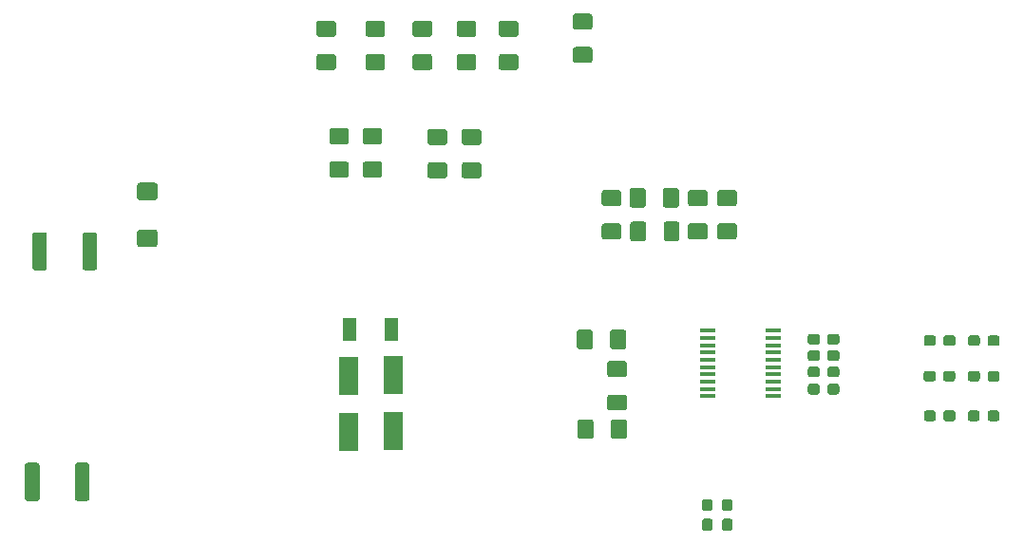
<source format=gbr>
%TF.GenerationSoftware,KiCad,Pcbnew,5.0.2-bee76a0~70~ubuntu18.04.1*%
%TF.CreationDate,2019-03-19T23:43:12+07:00*%
%TF.ProjectId,Layer1,4c617965-7231-42e6-9b69-6361645f7063,rev?*%
%TF.SameCoordinates,PXc65d40PYc65d40*%
%TF.FileFunction,Paste,Top*%
%TF.FilePolarity,Positive*%
%FSLAX46Y46*%
G04 Gerber Fmt 4.6, Leading zero omitted, Abs format (unit mm)*
G04 Created by KiCad (PCBNEW 5.0.2-bee76a0~70~ubuntu18.04.1) date Tue 19 Mar 2019 11:43:12 PM +07*
%MOMM*%
%LPD*%
G01*
G04 APERTURE LIST*
%ADD10C,0.100000*%
%ADD11C,1.300000*%
%ADD12C,1.425000*%
%ADD13C,1.575000*%
%ADD14R,1.800000X3.500000*%
%ADD15R,1.250000X2.000000*%
%ADD16C,0.950000*%
%ADD17R,1.450000X0.450000*%
G04 APERTURE END LIST*
D10*
G36*
X7145304Y-41112904D02*
X7169573Y-41116504D01*
X7193371Y-41122465D01*
X7216471Y-41130730D01*
X7238649Y-41141220D01*
X7259693Y-41153833D01*
X7279398Y-41168447D01*
X7297577Y-41184923D01*
X7314053Y-41203102D01*
X7328667Y-41222807D01*
X7341280Y-41243851D01*
X7351770Y-41266029D01*
X7360035Y-41289129D01*
X7365996Y-41312927D01*
X7369596Y-41337196D01*
X7370800Y-41361700D01*
X7370800Y-44261700D01*
X7369596Y-44286204D01*
X7365996Y-44310473D01*
X7360035Y-44334271D01*
X7351770Y-44357371D01*
X7341280Y-44379549D01*
X7328667Y-44400593D01*
X7314053Y-44420298D01*
X7297577Y-44438477D01*
X7279398Y-44454953D01*
X7259693Y-44469567D01*
X7238649Y-44482180D01*
X7216471Y-44492670D01*
X7193371Y-44500935D01*
X7169573Y-44506896D01*
X7145304Y-44510496D01*
X7120800Y-44511700D01*
X6320800Y-44511700D01*
X6296296Y-44510496D01*
X6272027Y-44506896D01*
X6248229Y-44500935D01*
X6225129Y-44492670D01*
X6202951Y-44482180D01*
X6181907Y-44469567D01*
X6162202Y-44454953D01*
X6144023Y-44438477D01*
X6127547Y-44420298D01*
X6112933Y-44400593D01*
X6100320Y-44379549D01*
X6089830Y-44357371D01*
X6081565Y-44334271D01*
X6075604Y-44310473D01*
X6072004Y-44286204D01*
X6070800Y-44261700D01*
X6070800Y-41361700D01*
X6072004Y-41337196D01*
X6075604Y-41312927D01*
X6081565Y-41289129D01*
X6089830Y-41266029D01*
X6100320Y-41243851D01*
X6112933Y-41222807D01*
X6127547Y-41203102D01*
X6144023Y-41184923D01*
X6162202Y-41168447D01*
X6181907Y-41153833D01*
X6202951Y-41141220D01*
X6225129Y-41130730D01*
X6248229Y-41122465D01*
X6272027Y-41116504D01*
X6296296Y-41112904D01*
X6320800Y-41111700D01*
X7120800Y-41111700D01*
X7145304Y-41112904D01*
X7145304Y-41112904D01*
G37*
D11*
X6720800Y-42811700D03*
D10*
G36*
X2695304Y-41112904D02*
X2719573Y-41116504D01*
X2743371Y-41122465D01*
X2766471Y-41130730D01*
X2788649Y-41141220D01*
X2809693Y-41153833D01*
X2829398Y-41168447D01*
X2847577Y-41184923D01*
X2864053Y-41203102D01*
X2878667Y-41222807D01*
X2891280Y-41243851D01*
X2901770Y-41266029D01*
X2910035Y-41289129D01*
X2915996Y-41312927D01*
X2919596Y-41337196D01*
X2920800Y-41361700D01*
X2920800Y-44261700D01*
X2919596Y-44286204D01*
X2915996Y-44310473D01*
X2910035Y-44334271D01*
X2901770Y-44357371D01*
X2891280Y-44379549D01*
X2878667Y-44400593D01*
X2864053Y-44420298D01*
X2847577Y-44438477D01*
X2829398Y-44454953D01*
X2809693Y-44469567D01*
X2788649Y-44482180D01*
X2766471Y-44492670D01*
X2743371Y-44500935D01*
X2719573Y-44506896D01*
X2695304Y-44510496D01*
X2670800Y-44511700D01*
X1870800Y-44511700D01*
X1846296Y-44510496D01*
X1822027Y-44506896D01*
X1798229Y-44500935D01*
X1775129Y-44492670D01*
X1752951Y-44482180D01*
X1731907Y-44469567D01*
X1712202Y-44454953D01*
X1694023Y-44438477D01*
X1677547Y-44420298D01*
X1662933Y-44400593D01*
X1650320Y-44379549D01*
X1639830Y-44357371D01*
X1631565Y-44334271D01*
X1625604Y-44310473D01*
X1622004Y-44286204D01*
X1620800Y-44261700D01*
X1620800Y-41361700D01*
X1622004Y-41337196D01*
X1625604Y-41312927D01*
X1631565Y-41289129D01*
X1639830Y-41266029D01*
X1650320Y-41243851D01*
X1662933Y-41222807D01*
X1677547Y-41203102D01*
X1694023Y-41184923D01*
X1712202Y-41168447D01*
X1731907Y-41153833D01*
X1752951Y-41141220D01*
X1775129Y-41130730D01*
X1798229Y-41122465D01*
X1822027Y-41116504D01*
X1846296Y-41112904D01*
X1870800Y-41111700D01*
X2670800Y-41111700D01*
X2695304Y-41112904D01*
X2695304Y-41112904D01*
G37*
D11*
X2270800Y-42811700D03*
D10*
G36*
X42069004Y-14319204D02*
X42093273Y-14322804D01*
X42117071Y-14328765D01*
X42140171Y-14337030D01*
X42162349Y-14347520D01*
X42183393Y-14360133D01*
X42203098Y-14374747D01*
X42221277Y-14391223D01*
X42237753Y-14409402D01*
X42252367Y-14429107D01*
X42264980Y-14450151D01*
X42275470Y-14472329D01*
X42283735Y-14495429D01*
X42289696Y-14519227D01*
X42293296Y-14543496D01*
X42294500Y-14568000D01*
X42294500Y-15493000D01*
X42293296Y-15517504D01*
X42289696Y-15541773D01*
X42283735Y-15565571D01*
X42275470Y-15588671D01*
X42264980Y-15610849D01*
X42252367Y-15631893D01*
X42237753Y-15651598D01*
X42221277Y-15669777D01*
X42203098Y-15686253D01*
X42183393Y-15700867D01*
X42162349Y-15713480D01*
X42140171Y-15723970D01*
X42117071Y-15732235D01*
X42093273Y-15738196D01*
X42069004Y-15741796D01*
X42044500Y-15743000D01*
X40794500Y-15743000D01*
X40769996Y-15741796D01*
X40745727Y-15738196D01*
X40721929Y-15732235D01*
X40698829Y-15723970D01*
X40676651Y-15713480D01*
X40655607Y-15700867D01*
X40635902Y-15686253D01*
X40617723Y-15669777D01*
X40601247Y-15651598D01*
X40586633Y-15631893D01*
X40574020Y-15610849D01*
X40563530Y-15588671D01*
X40555265Y-15565571D01*
X40549304Y-15541773D01*
X40545704Y-15517504D01*
X40544500Y-15493000D01*
X40544500Y-14568000D01*
X40545704Y-14543496D01*
X40549304Y-14519227D01*
X40555265Y-14495429D01*
X40563530Y-14472329D01*
X40574020Y-14450151D01*
X40586633Y-14429107D01*
X40601247Y-14409402D01*
X40617723Y-14391223D01*
X40635902Y-14374747D01*
X40655607Y-14360133D01*
X40676651Y-14347520D01*
X40698829Y-14337030D01*
X40721929Y-14328765D01*
X40745727Y-14322804D01*
X40769996Y-14319204D01*
X40794500Y-14318000D01*
X42044500Y-14318000D01*
X42069004Y-14319204D01*
X42069004Y-14319204D01*
G37*
D12*
X41419500Y-15030500D03*
D10*
G36*
X42069004Y-11344204D02*
X42093273Y-11347804D01*
X42117071Y-11353765D01*
X42140171Y-11362030D01*
X42162349Y-11372520D01*
X42183393Y-11385133D01*
X42203098Y-11399747D01*
X42221277Y-11416223D01*
X42237753Y-11434402D01*
X42252367Y-11454107D01*
X42264980Y-11475151D01*
X42275470Y-11497329D01*
X42283735Y-11520429D01*
X42289696Y-11544227D01*
X42293296Y-11568496D01*
X42294500Y-11593000D01*
X42294500Y-12518000D01*
X42293296Y-12542504D01*
X42289696Y-12566773D01*
X42283735Y-12590571D01*
X42275470Y-12613671D01*
X42264980Y-12635849D01*
X42252367Y-12656893D01*
X42237753Y-12676598D01*
X42221277Y-12694777D01*
X42203098Y-12711253D01*
X42183393Y-12725867D01*
X42162349Y-12738480D01*
X42140171Y-12748970D01*
X42117071Y-12757235D01*
X42093273Y-12763196D01*
X42069004Y-12766796D01*
X42044500Y-12768000D01*
X40794500Y-12768000D01*
X40769996Y-12766796D01*
X40745727Y-12763196D01*
X40721929Y-12757235D01*
X40698829Y-12748970D01*
X40676651Y-12738480D01*
X40655607Y-12725867D01*
X40635902Y-12711253D01*
X40617723Y-12694777D01*
X40601247Y-12676598D01*
X40586633Y-12656893D01*
X40574020Y-12635849D01*
X40563530Y-12613671D01*
X40555265Y-12590571D01*
X40549304Y-12566773D01*
X40545704Y-12542504D01*
X40544500Y-12518000D01*
X40544500Y-11593000D01*
X40545704Y-11568496D01*
X40549304Y-11544227D01*
X40555265Y-11520429D01*
X40563530Y-11497329D01*
X40574020Y-11475151D01*
X40586633Y-11454107D01*
X40601247Y-11434402D01*
X40617723Y-11416223D01*
X40635902Y-11399747D01*
X40655607Y-11385133D01*
X40676651Y-11372520D01*
X40698829Y-11362030D01*
X40721929Y-11353765D01*
X40745727Y-11347804D01*
X40769996Y-11344204D01*
X40794500Y-11343000D01*
X42044500Y-11343000D01*
X42069004Y-11344204D01*
X42069004Y-11344204D01*
G37*
D12*
X41419500Y-12055500D03*
D10*
G36*
X41624504Y-4667204D02*
X41648773Y-4670804D01*
X41672571Y-4676765D01*
X41695671Y-4685030D01*
X41717849Y-4695520D01*
X41738893Y-4708133D01*
X41758598Y-4722747D01*
X41776777Y-4739223D01*
X41793253Y-4757402D01*
X41807867Y-4777107D01*
X41820480Y-4798151D01*
X41830970Y-4820329D01*
X41839235Y-4843429D01*
X41845196Y-4867227D01*
X41848796Y-4891496D01*
X41850000Y-4916000D01*
X41850000Y-5841000D01*
X41848796Y-5865504D01*
X41845196Y-5889773D01*
X41839235Y-5913571D01*
X41830970Y-5936671D01*
X41820480Y-5958849D01*
X41807867Y-5979893D01*
X41793253Y-5999598D01*
X41776777Y-6017777D01*
X41758598Y-6034253D01*
X41738893Y-6048867D01*
X41717849Y-6061480D01*
X41695671Y-6071970D01*
X41672571Y-6080235D01*
X41648773Y-6086196D01*
X41624504Y-6089796D01*
X41600000Y-6091000D01*
X40350000Y-6091000D01*
X40325496Y-6089796D01*
X40301227Y-6086196D01*
X40277429Y-6080235D01*
X40254329Y-6071970D01*
X40232151Y-6061480D01*
X40211107Y-6048867D01*
X40191402Y-6034253D01*
X40173223Y-6017777D01*
X40156747Y-5999598D01*
X40142133Y-5979893D01*
X40129520Y-5958849D01*
X40119030Y-5936671D01*
X40110765Y-5913571D01*
X40104804Y-5889773D01*
X40101204Y-5865504D01*
X40100000Y-5841000D01*
X40100000Y-4916000D01*
X40101204Y-4891496D01*
X40104804Y-4867227D01*
X40110765Y-4843429D01*
X40119030Y-4820329D01*
X40129520Y-4798151D01*
X40142133Y-4777107D01*
X40156747Y-4757402D01*
X40173223Y-4739223D01*
X40191402Y-4722747D01*
X40211107Y-4708133D01*
X40232151Y-4695520D01*
X40254329Y-4685030D01*
X40277429Y-4676765D01*
X40301227Y-4670804D01*
X40325496Y-4667204D01*
X40350000Y-4666000D01*
X41600000Y-4666000D01*
X41624504Y-4667204D01*
X41624504Y-4667204D01*
G37*
D12*
X40975000Y-5378500D03*
D10*
G36*
X41624504Y-1692204D02*
X41648773Y-1695804D01*
X41672571Y-1701765D01*
X41695671Y-1710030D01*
X41717849Y-1720520D01*
X41738893Y-1733133D01*
X41758598Y-1747747D01*
X41776777Y-1764223D01*
X41793253Y-1782402D01*
X41807867Y-1802107D01*
X41820480Y-1823151D01*
X41830970Y-1845329D01*
X41839235Y-1868429D01*
X41845196Y-1892227D01*
X41848796Y-1916496D01*
X41850000Y-1941000D01*
X41850000Y-2866000D01*
X41848796Y-2890504D01*
X41845196Y-2914773D01*
X41839235Y-2938571D01*
X41830970Y-2961671D01*
X41820480Y-2983849D01*
X41807867Y-3004893D01*
X41793253Y-3024598D01*
X41776777Y-3042777D01*
X41758598Y-3059253D01*
X41738893Y-3073867D01*
X41717849Y-3086480D01*
X41695671Y-3096970D01*
X41672571Y-3105235D01*
X41648773Y-3111196D01*
X41624504Y-3114796D01*
X41600000Y-3116000D01*
X40350000Y-3116000D01*
X40325496Y-3114796D01*
X40301227Y-3111196D01*
X40277429Y-3105235D01*
X40254329Y-3096970D01*
X40232151Y-3086480D01*
X40211107Y-3073867D01*
X40191402Y-3059253D01*
X40173223Y-3042777D01*
X40156747Y-3024598D01*
X40142133Y-3004893D01*
X40129520Y-2983849D01*
X40119030Y-2961671D01*
X40110765Y-2938571D01*
X40104804Y-2914773D01*
X40101204Y-2890504D01*
X40100000Y-2866000D01*
X40100000Y-1941000D01*
X40101204Y-1916496D01*
X40104804Y-1892227D01*
X40110765Y-1868429D01*
X40119030Y-1845329D01*
X40129520Y-1823151D01*
X40142133Y-1802107D01*
X40156747Y-1782402D01*
X40173223Y-1764223D01*
X40191402Y-1747747D01*
X40211107Y-1733133D01*
X40232151Y-1720520D01*
X40254329Y-1710030D01*
X40277429Y-1701765D01*
X40301227Y-1695804D01*
X40325496Y-1692204D01*
X40350000Y-1691000D01*
X41600000Y-1691000D01*
X41624504Y-1692204D01*
X41624504Y-1692204D01*
G37*
D12*
X40975000Y-2403500D03*
D10*
G36*
X30258004Y-14255704D02*
X30282273Y-14259304D01*
X30306071Y-14265265D01*
X30329171Y-14273530D01*
X30351349Y-14284020D01*
X30372393Y-14296633D01*
X30392098Y-14311247D01*
X30410277Y-14327723D01*
X30426753Y-14345902D01*
X30441367Y-14365607D01*
X30453980Y-14386651D01*
X30464470Y-14408829D01*
X30472735Y-14431929D01*
X30478696Y-14455727D01*
X30482296Y-14479996D01*
X30483500Y-14504500D01*
X30483500Y-15429500D01*
X30482296Y-15454004D01*
X30478696Y-15478273D01*
X30472735Y-15502071D01*
X30464470Y-15525171D01*
X30453980Y-15547349D01*
X30441367Y-15568393D01*
X30426753Y-15588098D01*
X30410277Y-15606277D01*
X30392098Y-15622753D01*
X30372393Y-15637367D01*
X30351349Y-15649980D01*
X30329171Y-15660470D01*
X30306071Y-15668735D01*
X30282273Y-15674696D01*
X30258004Y-15678296D01*
X30233500Y-15679500D01*
X28983500Y-15679500D01*
X28958996Y-15678296D01*
X28934727Y-15674696D01*
X28910929Y-15668735D01*
X28887829Y-15660470D01*
X28865651Y-15649980D01*
X28844607Y-15637367D01*
X28824902Y-15622753D01*
X28806723Y-15606277D01*
X28790247Y-15588098D01*
X28775633Y-15568393D01*
X28763020Y-15547349D01*
X28752530Y-15525171D01*
X28744265Y-15502071D01*
X28738304Y-15478273D01*
X28734704Y-15454004D01*
X28733500Y-15429500D01*
X28733500Y-14504500D01*
X28734704Y-14479996D01*
X28738304Y-14455727D01*
X28744265Y-14431929D01*
X28752530Y-14408829D01*
X28763020Y-14386651D01*
X28775633Y-14365607D01*
X28790247Y-14345902D01*
X28806723Y-14327723D01*
X28824902Y-14311247D01*
X28844607Y-14296633D01*
X28865651Y-14284020D01*
X28887829Y-14273530D01*
X28910929Y-14265265D01*
X28934727Y-14259304D01*
X28958996Y-14255704D01*
X28983500Y-14254500D01*
X30233500Y-14254500D01*
X30258004Y-14255704D01*
X30258004Y-14255704D01*
G37*
D12*
X29608500Y-14967000D03*
D10*
G36*
X30258004Y-11280704D02*
X30282273Y-11284304D01*
X30306071Y-11290265D01*
X30329171Y-11298530D01*
X30351349Y-11309020D01*
X30372393Y-11321633D01*
X30392098Y-11336247D01*
X30410277Y-11352723D01*
X30426753Y-11370902D01*
X30441367Y-11390607D01*
X30453980Y-11411651D01*
X30464470Y-11433829D01*
X30472735Y-11456929D01*
X30478696Y-11480727D01*
X30482296Y-11504996D01*
X30483500Y-11529500D01*
X30483500Y-12454500D01*
X30482296Y-12479004D01*
X30478696Y-12503273D01*
X30472735Y-12527071D01*
X30464470Y-12550171D01*
X30453980Y-12572349D01*
X30441367Y-12593393D01*
X30426753Y-12613098D01*
X30410277Y-12631277D01*
X30392098Y-12647753D01*
X30372393Y-12662367D01*
X30351349Y-12674980D01*
X30329171Y-12685470D01*
X30306071Y-12693735D01*
X30282273Y-12699696D01*
X30258004Y-12703296D01*
X30233500Y-12704500D01*
X28983500Y-12704500D01*
X28958996Y-12703296D01*
X28934727Y-12699696D01*
X28910929Y-12693735D01*
X28887829Y-12685470D01*
X28865651Y-12674980D01*
X28844607Y-12662367D01*
X28824902Y-12647753D01*
X28806723Y-12631277D01*
X28790247Y-12613098D01*
X28775633Y-12593393D01*
X28763020Y-12572349D01*
X28752530Y-12550171D01*
X28744265Y-12527071D01*
X28738304Y-12503273D01*
X28734704Y-12479004D01*
X28733500Y-12454500D01*
X28733500Y-11529500D01*
X28734704Y-11504996D01*
X28738304Y-11480727D01*
X28744265Y-11456929D01*
X28752530Y-11433829D01*
X28763020Y-11411651D01*
X28775633Y-11390607D01*
X28790247Y-11370902D01*
X28806723Y-11352723D01*
X28824902Y-11336247D01*
X28844607Y-11321633D01*
X28865651Y-11309020D01*
X28887829Y-11298530D01*
X28910929Y-11290265D01*
X28934727Y-11284304D01*
X28958996Y-11280704D01*
X28983500Y-11279500D01*
X30233500Y-11279500D01*
X30258004Y-11280704D01*
X30258004Y-11280704D01*
G37*
D12*
X29608500Y-11992000D03*
D10*
G36*
X45371004Y-4667204D02*
X45395273Y-4670804D01*
X45419071Y-4676765D01*
X45442171Y-4685030D01*
X45464349Y-4695520D01*
X45485393Y-4708133D01*
X45505098Y-4722747D01*
X45523277Y-4739223D01*
X45539753Y-4757402D01*
X45554367Y-4777107D01*
X45566980Y-4798151D01*
X45577470Y-4820329D01*
X45585735Y-4843429D01*
X45591696Y-4867227D01*
X45595296Y-4891496D01*
X45596500Y-4916000D01*
X45596500Y-5841000D01*
X45595296Y-5865504D01*
X45591696Y-5889773D01*
X45585735Y-5913571D01*
X45577470Y-5936671D01*
X45566980Y-5958849D01*
X45554367Y-5979893D01*
X45539753Y-5999598D01*
X45523277Y-6017777D01*
X45505098Y-6034253D01*
X45485393Y-6048867D01*
X45464349Y-6061480D01*
X45442171Y-6071970D01*
X45419071Y-6080235D01*
X45395273Y-6086196D01*
X45371004Y-6089796D01*
X45346500Y-6091000D01*
X44096500Y-6091000D01*
X44071996Y-6089796D01*
X44047727Y-6086196D01*
X44023929Y-6080235D01*
X44000829Y-6071970D01*
X43978651Y-6061480D01*
X43957607Y-6048867D01*
X43937902Y-6034253D01*
X43919723Y-6017777D01*
X43903247Y-5999598D01*
X43888633Y-5979893D01*
X43876020Y-5958849D01*
X43865530Y-5936671D01*
X43857265Y-5913571D01*
X43851304Y-5889773D01*
X43847704Y-5865504D01*
X43846500Y-5841000D01*
X43846500Y-4916000D01*
X43847704Y-4891496D01*
X43851304Y-4867227D01*
X43857265Y-4843429D01*
X43865530Y-4820329D01*
X43876020Y-4798151D01*
X43888633Y-4777107D01*
X43903247Y-4757402D01*
X43919723Y-4739223D01*
X43937902Y-4722747D01*
X43957607Y-4708133D01*
X43978651Y-4695520D01*
X44000829Y-4685030D01*
X44023929Y-4676765D01*
X44047727Y-4670804D01*
X44071996Y-4667204D01*
X44096500Y-4666000D01*
X45346500Y-4666000D01*
X45371004Y-4667204D01*
X45371004Y-4667204D01*
G37*
D12*
X44721500Y-5378500D03*
D10*
G36*
X45371004Y-1692204D02*
X45395273Y-1695804D01*
X45419071Y-1701765D01*
X45442171Y-1710030D01*
X45464349Y-1720520D01*
X45485393Y-1733133D01*
X45505098Y-1747747D01*
X45523277Y-1764223D01*
X45539753Y-1782402D01*
X45554367Y-1802107D01*
X45566980Y-1823151D01*
X45577470Y-1845329D01*
X45585735Y-1868429D01*
X45591696Y-1892227D01*
X45595296Y-1916496D01*
X45596500Y-1941000D01*
X45596500Y-2866000D01*
X45595296Y-2890504D01*
X45591696Y-2914773D01*
X45585735Y-2938571D01*
X45577470Y-2961671D01*
X45566980Y-2983849D01*
X45554367Y-3004893D01*
X45539753Y-3024598D01*
X45523277Y-3042777D01*
X45505098Y-3059253D01*
X45485393Y-3073867D01*
X45464349Y-3086480D01*
X45442171Y-3096970D01*
X45419071Y-3105235D01*
X45395273Y-3111196D01*
X45371004Y-3114796D01*
X45346500Y-3116000D01*
X44096500Y-3116000D01*
X44071996Y-3114796D01*
X44047727Y-3111196D01*
X44023929Y-3105235D01*
X44000829Y-3096970D01*
X43978651Y-3086480D01*
X43957607Y-3073867D01*
X43937902Y-3059253D01*
X43919723Y-3042777D01*
X43903247Y-3024598D01*
X43888633Y-3004893D01*
X43876020Y-2983849D01*
X43865530Y-2961671D01*
X43857265Y-2938571D01*
X43851304Y-2914773D01*
X43847704Y-2890504D01*
X43846500Y-2866000D01*
X43846500Y-1941000D01*
X43847704Y-1916496D01*
X43851304Y-1892227D01*
X43857265Y-1868429D01*
X43865530Y-1845329D01*
X43876020Y-1823151D01*
X43888633Y-1802107D01*
X43903247Y-1782402D01*
X43919723Y-1764223D01*
X43937902Y-1747747D01*
X43957607Y-1733133D01*
X43978651Y-1720520D01*
X44000829Y-1710030D01*
X44023929Y-1701765D01*
X44047727Y-1695804D01*
X44071996Y-1692204D01*
X44096500Y-1691000D01*
X45346500Y-1691000D01*
X45371004Y-1692204D01*
X45371004Y-1692204D01*
G37*
D12*
X44721500Y-2403500D03*
D10*
G36*
X13201505Y-20305204D02*
X13225773Y-20308804D01*
X13249572Y-20314765D01*
X13272671Y-20323030D01*
X13294850Y-20333520D01*
X13315893Y-20346132D01*
X13335599Y-20360747D01*
X13353777Y-20377223D01*
X13370253Y-20395401D01*
X13384868Y-20415107D01*
X13397480Y-20436150D01*
X13407970Y-20458329D01*
X13416235Y-20481428D01*
X13422196Y-20505227D01*
X13425796Y-20529495D01*
X13427000Y-20553999D01*
X13427000Y-21629001D01*
X13425796Y-21653505D01*
X13422196Y-21677773D01*
X13416235Y-21701572D01*
X13407970Y-21724671D01*
X13397480Y-21746850D01*
X13384868Y-21767893D01*
X13370253Y-21787599D01*
X13353777Y-21805777D01*
X13335599Y-21822253D01*
X13315893Y-21836868D01*
X13294850Y-21849480D01*
X13272671Y-21859970D01*
X13249572Y-21868235D01*
X13225773Y-21874196D01*
X13201505Y-21877796D01*
X13177001Y-21879000D01*
X11876999Y-21879000D01*
X11852495Y-21877796D01*
X11828227Y-21874196D01*
X11804428Y-21868235D01*
X11781329Y-21859970D01*
X11759150Y-21849480D01*
X11738107Y-21836868D01*
X11718401Y-21822253D01*
X11700223Y-21805777D01*
X11683747Y-21787599D01*
X11669132Y-21767893D01*
X11656520Y-21746850D01*
X11646030Y-21724671D01*
X11637765Y-21701572D01*
X11631804Y-21677773D01*
X11628204Y-21653505D01*
X11627000Y-21629001D01*
X11627000Y-20553999D01*
X11628204Y-20529495D01*
X11631804Y-20505227D01*
X11637765Y-20481428D01*
X11646030Y-20458329D01*
X11656520Y-20436150D01*
X11669132Y-20415107D01*
X11683747Y-20395401D01*
X11700223Y-20377223D01*
X11718401Y-20360747D01*
X11738107Y-20346132D01*
X11759150Y-20333520D01*
X11781329Y-20323030D01*
X11804428Y-20314765D01*
X11828227Y-20308804D01*
X11852495Y-20305204D01*
X11876999Y-20304000D01*
X13177001Y-20304000D01*
X13201505Y-20305204D01*
X13201505Y-20305204D01*
G37*
D13*
X12527000Y-21091500D03*
D10*
G36*
X13201505Y-16130204D02*
X13225773Y-16133804D01*
X13249572Y-16139765D01*
X13272671Y-16148030D01*
X13294850Y-16158520D01*
X13315893Y-16171132D01*
X13335599Y-16185747D01*
X13353777Y-16202223D01*
X13370253Y-16220401D01*
X13384868Y-16240107D01*
X13397480Y-16261150D01*
X13407970Y-16283329D01*
X13416235Y-16306428D01*
X13422196Y-16330227D01*
X13425796Y-16354495D01*
X13427000Y-16378999D01*
X13427000Y-17454001D01*
X13425796Y-17478505D01*
X13422196Y-17502773D01*
X13416235Y-17526572D01*
X13407970Y-17549671D01*
X13397480Y-17571850D01*
X13384868Y-17592893D01*
X13370253Y-17612599D01*
X13353777Y-17630777D01*
X13335599Y-17647253D01*
X13315893Y-17661868D01*
X13294850Y-17674480D01*
X13272671Y-17684970D01*
X13249572Y-17693235D01*
X13225773Y-17699196D01*
X13201505Y-17702796D01*
X13177001Y-17704000D01*
X11876999Y-17704000D01*
X11852495Y-17702796D01*
X11828227Y-17699196D01*
X11804428Y-17693235D01*
X11781329Y-17684970D01*
X11759150Y-17674480D01*
X11738107Y-17661868D01*
X11718401Y-17647253D01*
X11700223Y-17630777D01*
X11683747Y-17612599D01*
X11669132Y-17592893D01*
X11656520Y-17571850D01*
X11646030Y-17549671D01*
X11637765Y-17526572D01*
X11631804Y-17502773D01*
X11628204Y-17478505D01*
X11627000Y-17454001D01*
X11627000Y-16378999D01*
X11628204Y-16354495D01*
X11631804Y-16330227D01*
X11637765Y-16306428D01*
X11646030Y-16283329D01*
X11656520Y-16261150D01*
X11669132Y-16240107D01*
X11683747Y-16220401D01*
X11700223Y-16202223D01*
X11718401Y-16185747D01*
X11738107Y-16171132D01*
X11759150Y-16158520D01*
X11781329Y-16148030D01*
X11804428Y-16139765D01*
X11828227Y-16133804D01*
X11852495Y-16130204D01*
X11876999Y-16129000D01*
X13177001Y-16129000D01*
X13201505Y-16130204D01*
X13201505Y-16130204D01*
G37*
D13*
X12527000Y-16916500D03*
D14*
X34434500Y-38308000D03*
X34434500Y-33308000D03*
X30434000Y-38331500D03*
X30434000Y-33331500D03*
D10*
G36*
X3360504Y-20543704D02*
X3384773Y-20547304D01*
X3408571Y-20553265D01*
X3431671Y-20561530D01*
X3453849Y-20572020D01*
X3474893Y-20584633D01*
X3494598Y-20599247D01*
X3512777Y-20615723D01*
X3529253Y-20633902D01*
X3543867Y-20653607D01*
X3556480Y-20674651D01*
X3566970Y-20696829D01*
X3575235Y-20719929D01*
X3581196Y-20743727D01*
X3584796Y-20767996D01*
X3586000Y-20792500D01*
X3586000Y-23692500D01*
X3584796Y-23717004D01*
X3581196Y-23741273D01*
X3575235Y-23765071D01*
X3566970Y-23788171D01*
X3556480Y-23810349D01*
X3543867Y-23831393D01*
X3529253Y-23851098D01*
X3512777Y-23869277D01*
X3494598Y-23885753D01*
X3474893Y-23900367D01*
X3453849Y-23912980D01*
X3431671Y-23923470D01*
X3408571Y-23931735D01*
X3384773Y-23937696D01*
X3360504Y-23941296D01*
X3336000Y-23942500D01*
X2536000Y-23942500D01*
X2511496Y-23941296D01*
X2487227Y-23937696D01*
X2463429Y-23931735D01*
X2440329Y-23923470D01*
X2418151Y-23912980D01*
X2397107Y-23900367D01*
X2377402Y-23885753D01*
X2359223Y-23869277D01*
X2342747Y-23851098D01*
X2328133Y-23831393D01*
X2315520Y-23810349D01*
X2305030Y-23788171D01*
X2296765Y-23765071D01*
X2290804Y-23741273D01*
X2287204Y-23717004D01*
X2286000Y-23692500D01*
X2286000Y-20792500D01*
X2287204Y-20767996D01*
X2290804Y-20743727D01*
X2296765Y-20719929D01*
X2305030Y-20696829D01*
X2315520Y-20674651D01*
X2328133Y-20653607D01*
X2342747Y-20633902D01*
X2359223Y-20615723D01*
X2377402Y-20599247D01*
X2397107Y-20584633D01*
X2418151Y-20572020D01*
X2440329Y-20561530D01*
X2463429Y-20553265D01*
X2487227Y-20547304D01*
X2511496Y-20543704D01*
X2536000Y-20542500D01*
X3336000Y-20542500D01*
X3360504Y-20543704D01*
X3360504Y-20543704D01*
G37*
D11*
X2936000Y-22242500D03*
D10*
G36*
X7810504Y-20543704D02*
X7834773Y-20547304D01*
X7858571Y-20553265D01*
X7881671Y-20561530D01*
X7903849Y-20572020D01*
X7924893Y-20584633D01*
X7944598Y-20599247D01*
X7962777Y-20615723D01*
X7979253Y-20633902D01*
X7993867Y-20653607D01*
X8006480Y-20674651D01*
X8016970Y-20696829D01*
X8025235Y-20719929D01*
X8031196Y-20743727D01*
X8034796Y-20767996D01*
X8036000Y-20792500D01*
X8036000Y-23692500D01*
X8034796Y-23717004D01*
X8031196Y-23741273D01*
X8025235Y-23765071D01*
X8016970Y-23788171D01*
X8006480Y-23810349D01*
X7993867Y-23831393D01*
X7979253Y-23851098D01*
X7962777Y-23869277D01*
X7944598Y-23885753D01*
X7924893Y-23900367D01*
X7903849Y-23912980D01*
X7881671Y-23923470D01*
X7858571Y-23931735D01*
X7834773Y-23937696D01*
X7810504Y-23941296D01*
X7786000Y-23942500D01*
X6986000Y-23942500D01*
X6961496Y-23941296D01*
X6937227Y-23937696D01*
X6913429Y-23931735D01*
X6890329Y-23923470D01*
X6868151Y-23912980D01*
X6847107Y-23900367D01*
X6827402Y-23885753D01*
X6809223Y-23869277D01*
X6792747Y-23851098D01*
X6778133Y-23831393D01*
X6765520Y-23810349D01*
X6755030Y-23788171D01*
X6746765Y-23765071D01*
X6740804Y-23741273D01*
X6737204Y-23717004D01*
X6736000Y-23692500D01*
X6736000Y-20792500D01*
X6737204Y-20767996D01*
X6740804Y-20743727D01*
X6746765Y-20719929D01*
X6755030Y-20696829D01*
X6765520Y-20674651D01*
X6778133Y-20653607D01*
X6792747Y-20633902D01*
X6809223Y-20615723D01*
X6827402Y-20599247D01*
X6847107Y-20584633D01*
X6868151Y-20572020D01*
X6890329Y-20561530D01*
X6913429Y-20553265D01*
X6937227Y-20547304D01*
X6961496Y-20543704D01*
X6986000Y-20542500D01*
X7786000Y-20542500D01*
X7810504Y-20543704D01*
X7810504Y-20543704D01*
G37*
D11*
X7386000Y-22242500D03*
D15*
X30527500Y-29227500D03*
X34277500Y-29227500D03*
D10*
G36*
X72236979Y-34074944D02*
X72260034Y-34078363D01*
X72282643Y-34084027D01*
X72304587Y-34091879D01*
X72325657Y-34101844D01*
X72345648Y-34113826D01*
X72364368Y-34127710D01*
X72381638Y-34143362D01*
X72397290Y-34160632D01*
X72411174Y-34179352D01*
X72423156Y-34199343D01*
X72433121Y-34220413D01*
X72440973Y-34242357D01*
X72446637Y-34264966D01*
X72450056Y-34288021D01*
X72451200Y-34311300D01*
X72451200Y-34786300D01*
X72450056Y-34809579D01*
X72446637Y-34832634D01*
X72440973Y-34855243D01*
X72433121Y-34877187D01*
X72423156Y-34898257D01*
X72411174Y-34918248D01*
X72397290Y-34936968D01*
X72381638Y-34954238D01*
X72364368Y-34969890D01*
X72345648Y-34983774D01*
X72325657Y-34995756D01*
X72304587Y-35005721D01*
X72282643Y-35013573D01*
X72260034Y-35019237D01*
X72236979Y-35022656D01*
X72213700Y-35023800D01*
X71638700Y-35023800D01*
X71615421Y-35022656D01*
X71592366Y-35019237D01*
X71569757Y-35013573D01*
X71547813Y-35005721D01*
X71526743Y-34995756D01*
X71506752Y-34983774D01*
X71488032Y-34969890D01*
X71470762Y-34954238D01*
X71455110Y-34936968D01*
X71441226Y-34918248D01*
X71429244Y-34898257D01*
X71419279Y-34877187D01*
X71411427Y-34855243D01*
X71405763Y-34832634D01*
X71402344Y-34809579D01*
X71401200Y-34786300D01*
X71401200Y-34311300D01*
X71402344Y-34288021D01*
X71405763Y-34264966D01*
X71411427Y-34242357D01*
X71419279Y-34220413D01*
X71429244Y-34199343D01*
X71441226Y-34179352D01*
X71455110Y-34160632D01*
X71470762Y-34143362D01*
X71488032Y-34127710D01*
X71506752Y-34113826D01*
X71526743Y-34101844D01*
X71547813Y-34091879D01*
X71569757Y-34084027D01*
X71592366Y-34078363D01*
X71615421Y-34074944D01*
X71638700Y-34073800D01*
X72213700Y-34073800D01*
X72236979Y-34074944D01*
X72236979Y-34074944D01*
G37*
D16*
X71926200Y-34548800D03*
D10*
G36*
X73986979Y-34074944D02*
X74010034Y-34078363D01*
X74032643Y-34084027D01*
X74054587Y-34091879D01*
X74075657Y-34101844D01*
X74095648Y-34113826D01*
X74114368Y-34127710D01*
X74131638Y-34143362D01*
X74147290Y-34160632D01*
X74161174Y-34179352D01*
X74173156Y-34199343D01*
X74183121Y-34220413D01*
X74190973Y-34242357D01*
X74196637Y-34264966D01*
X74200056Y-34288021D01*
X74201200Y-34311300D01*
X74201200Y-34786300D01*
X74200056Y-34809579D01*
X74196637Y-34832634D01*
X74190973Y-34855243D01*
X74183121Y-34877187D01*
X74173156Y-34898257D01*
X74161174Y-34918248D01*
X74147290Y-34936968D01*
X74131638Y-34954238D01*
X74114368Y-34969890D01*
X74095648Y-34983774D01*
X74075657Y-34995756D01*
X74054587Y-35005721D01*
X74032643Y-35013573D01*
X74010034Y-35019237D01*
X73986979Y-35022656D01*
X73963700Y-35023800D01*
X73388700Y-35023800D01*
X73365421Y-35022656D01*
X73342366Y-35019237D01*
X73319757Y-35013573D01*
X73297813Y-35005721D01*
X73276743Y-34995756D01*
X73256752Y-34983774D01*
X73238032Y-34969890D01*
X73220762Y-34954238D01*
X73205110Y-34936968D01*
X73191226Y-34918248D01*
X73179244Y-34898257D01*
X73169279Y-34877187D01*
X73161427Y-34855243D01*
X73155763Y-34832634D01*
X73152344Y-34809579D01*
X73151200Y-34786300D01*
X73151200Y-34311300D01*
X73152344Y-34288021D01*
X73155763Y-34264966D01*
X73161427Y-34242357D01*
X73169279Y-34220413D01*
X73179244Y-34199343D01*
X73191226Y-34179352D01*
X73205110Y-34160632D01*
X73220762Y-34143362D01*
X73238032Y-34127710D01*
X73256752Y-34113826D01*
X73276743Y-34101844D01*
X73297813Y-34091879D01*
X73319757Y-34084027D01*
X73342366Y-34078363D01*
X73365421Y-34074944D01*
X73388700Y-34073800D01*
X73963700Y-34073800D01*
X73986979Y-34074944D01*
X73986979Y-34074944D01*
G37*
D16*
X73676200Y-34548800D03*
D10*
G36*
X73986979Y-32538244D02*
X74010034Y-32541663D01*
X74032643Y-32547327D01*
X74054587Y-32555179D01*
X74075657Y-32565144D01*
X74095648Y-32577126D01*
X74114368Y-32591010D01*
X74131638Y-32606662D01*
X74147290Y-32623932D01*
X74161174Y-32642652D01*
X74173156Y-32662643D01*
X74183121Y-32683713D01*
X74190973Y-32705657D01*
X74196637Y-32728266D01*
X74200056Y-32751321D01*
X74201200Y-32774600D01*
X74201200Y-33249600D01*
X74200056Y-33272879D01*
X74196637Y-33295934D01*
X74190973Y-33318543D01*
X74183121Y-33340487D01*
X74173156Y-33361557D01*
X74161174Y-33381548D01*
X74147290Y-33400268D01*
X74131638Y-33417538D01*
X74114368Y-33433190D01*
X74095648Y-33447074D01*
X74075657Y-33459056D01*
X74054587Y-33469021D01*
X74032643Y-33476873D01*
X74010034Y-33482537D01*
X73986979Y-33485956D01*
X73963700Y-33487100D01*
X73388700Y-33487100D01*
X73365421Y-33485956D01*
X73342366Y-33482537D01*
X73319757Y-33476873D01*
X73297813Y-33469021D01*
X73276743Y-33459056D01*
X73256752Y-33447074D01*
X73238032Y-33433190D01*
X73220762Y-33417538D01*
X73205110Y-33400268D01*
X73191226Y-33381548D01*
X73179244Y-33361557D01*
X73169279Y-33340487D01*
X73161427Y-33318543D01*
X73155763Y-33295934D01*
X73152344Y-33272879D01*
X73151200Y-33249600D01*
X73151200Y-32774600D01*
X73152344Y-32751321D01*
X73155763Y-32728266D01*
X73161427Y-32705657D01*
X73169279Y-32683713D01*
X73179244Y-32662643D01*
X73191226Y-32642652D01*
X73205110Y-32623932D01*
X73220762Y-32606662D01*
X73238032Y-32591010D01*
X73256752Y-32577126D01*
X73276743Y-32565144D01*
X73297813Y-32555179D01*
X73319757Y-32547327D01*
X73342366Y-32541663D01*
X73365421Y-32538244D01*
X73388700Y-32537100D01*
X73963700Y-32537100D01*
X73986979Y-32538244D01*
X73986979Y-32538244D01*
G37*
D16*
X73676200Y-33012100D03*
D10*
G36*
X72236979Y-32538244D02*
X72260034Y-32541663D01*
X72282643Y-32547327D01*
X72304587Y-32555179D01*
X72325657Y-32565144D01*
X72345648Y-32577126D01*
X72364368Y-32591010D01*
X72381638Y-32606662D01*
X72397290Y-32623932D01*
X72411174Y-32642652D01*
X72423156Y-32662643D01*
X72433121Y-32683713D01*
X72440973Y-32705657D01*
X72446637Y-32728266D01*
X72450056Y-32751321D01*
X72451200Y-32774600D01*
X72451200Y-33249600D01*
X72450056Y-33272879D01*
X72446637Y-33295934D01*
X72440973Y-33318543D01*
X72433121Y-33340487D01*
X72423156Y-33361557D01*
X72411174Y-33381548D01*
X72397290Y-33400268D01*
X72381638Y-33417538D01*
X72364368Y-33433190D01*
X72345648Y-33447074D01*
X72325657Y-33459056D01*
X72304587Y-33469021D01*
X72282643Y-33476873D01*
X72260034Y-33482537D01*
X72236979Y-33485956D01*
X72213700Y-33487100D01*
X71638700Y-33487100D01*
X71615421Y-33485956D01*
X71592366Y-33482537D01*
X71569757Y-33476873D01*
X71547813Y-33469021D01*
X71526743Y-33459056D01*
X71506752Y-33447074D01*
X71488032Y-33433190D01*
X71470762Y-33417538D01*
X71455110Y-33400268D01*
X71441226Y-33381548D01*
X71429244Y-33361557D01*
X71419279Y-33340487D01*
X71411427Y-33318543D01*
X71405763Y-33295934D01*
X71402344Y-33272879D01*
X71401200Y-33249600D01*
X71401200Y-32774600D01*
X71402344Y-32751321D01*
X71405763Y-32728266D01*
X71411427Y-32705657D01*
X71419279Y-32683713D01*
X71429244Y-32662643D01*
X71441226Y-32642652D01*
X71455110Y-32623932D01*
X71470762Y-32606662D01*
X71488032Y-32591010D01*
X71506752Y-32577126D01*
X71526743Y-32565144D01*
X71547813Y-32555179D01*
X71569757Y-32547327D01*
X71592366Y-32541663D01*
X71615421Y-32538244D01*
X71638700Y-32537100D01*
X72213700Y-32537100D01*
X72236979Y-32538244D01*
X72236979Y-32538244D01*
G37*
D16*
X71926200Y-33012100D03*
D10*
G36*
X73986979Y-31077744D02*
X74010034Y-31081163D01*
X74032643Y-31086827D01*
X74054587Y-31094679D01*
X74075657Y-31104644D01*
X74095648Y-31116626D01*
X74114368Y-31130510D01*
X74131638Y-31146162D01*
X74147290Y-31163432D01*
X74161174Y-31182152D01*
X74173156Y-31202143D01*
X74183121Y-31223213D01*
X74190973Y-31245157D01*
X74196637Y-31267766D01*
X74200056Y-31290821D01*
X74201200Y-31314100D01*
X74201200Y-31789100D01*
X74200056Y-31812379D01*
X74196637Y-31835434D01*
X74190973Y-31858043D01*
X74183121Y-31879987D01*
X74173156Y-31901057D01*
X74161174Y-31921048D01*
X74147290Y-31939768D01*
X74131638Y-31957038D01*
X74114368Y-31972690D01*
X74095648Y-31986574D01*
X74075657Y-31998556D01*
X74054587Y-32008521D01*
X74032643Y-32016373D01*
X74010034Y-32022037D01*
X73986979Y-32025456D01*
X73963700Y-32026600D01*
X73388700Y-32026600D01*
X73365421Y-32025456D01*
X73342366Y-32022037D01*
X73319757Y-32016373D01*
X73297813Y-32008521D01*
X73276743Y-31998556D01*
X73256752Y-31986574D01*
X73238032Y-31972690D01*
X73220762Y-31957038D01*
X73205110Y-31939768D01*
X73191226Y-31921048D01*
X73179244Y-31901057D01*
X73169279Y-31879987D01*
X73161427Y-31858043D01*
X73155763Y-31835434D01*
X73152344Y-31812379D01*
X73151200Y-31789100D01*
X73151200Y-31314100D01*
X73152344Y-31290821D01*
X73155763Y-31267766D01*
X73161427Y-31245157D01*
X73169279Y-31223213D01*
X73179244Y-31202143D01*
X73191226Y-31182152D01*
X73205110Y-31163432D01*
X73220762Y-31146162D01*
X73238032Y-31130510D01*
X73256752Y-31116626D01*
X73276743Y-31104644D01*
X73297813Y-31094679D01*
X73319757Y-31086827D01*
X73342366Y-31081163D01*
X73365421Y-31077744D01*
X73388700Y-31076600D01*
X73963700Y-31076600D01*
X73986979Y-31077744D01*
X73986979Y-31077744D01*
G37*
D16*
X73676200Y-31551600D03*
D10*
G36*
X72236979Y-31077744D02*
X72260034Y-31081163D01*
X72282643Y-31086827D01*
X72304587Y-31094679D01*
X72325657Y-31104644D01*
X72345648Y-31116626D01*
X72364368Y-31130510D01*
X72381638Y-31146162D01*
X72397290Y-31163432D01*
X72411174Y-31182152D01*
X72423156Y-31202143D01*
X72433121Y-31223213D01*
X72440973Y-31245157D01*
X72446637Y-31267766D01*
X72450056Y-31290821D01*
X72451200Y-31314100D01*
X72451200Y-31789100D01*
X72450056Y-31812379D01*
X72446637Y-31835434D01*
X72440973Y-31858043D01*
X72433121Y-31879987D01*
X72423156Y-31901057D01*
X72411174Y-31921048D01*
X72397290Y-31939768D01*
X72381638Y-31957038D01*
X72364368Y-31972690D01*
X72345648Y-31986574D01*
X72325657Y-31998556D01*
X72304587Y-32008521D01*
X72282643Y-32016373D01*
X72260034Y-32022037D01*
X72236979Y-32025456D01*
X72213700Y-32026600D01*
X71638700Y-32026600D01*
X71615421Y-32025456D01*
X71592366Y-32022037D01*
X71569757Y-32016373D01*
X71547813Y-32008521D01*
X71526743Y-31998556D01*
X71506752Y-31986574D01*
X71488032Y-31972690D01*
X71470762Y-31957038D01*
X71455110Y-31939768D01*
X71441226Y-31921048D01*
X71429244Y-31901057D01*
X71419279Y-31879987D01*
X71411427Y-31858043D01*
X71405763Y-31835434D01*
X71402344Y-31812379D01*
X71401200Y-31789100D01*
X71401200Y-31314100D01*
X71402344Y-31290821D01*
X71405763Y-31267766D01*
X71411427Y-31245157D01*
X71419279Y-31223213D01*
X71429244Y-31202143D01*
X71441226Y-31182152D01*
X71455110Y-31163432D01*
X71470762Y-31146162D01*
X71488032Y-31130510D01*
X71506752Y-31116626D01*
X71526743Y-31104644D01*
X71547813Y-31094679D01*
X71569757Y-31086827D01*
X71592366Y-31081163D01*
X71615421Y-31077744D01*
X71638700Y-31076600D01*
X72213700Y-31076600D01*
X72236979Y-31077744D01*
X72236979Y-31077744D01*
G37*
D16*
X71926200Y-31551600D03*
D10*
G36*
X72236979Y-29617244D02*
X72260034Y-29620663D01*
X72282643Y-29626327D01*
X72304587Y-29634179D01*
X72325657Y-29644144D01*
X72345648Y-29656126D01*
X72364368Y-29670010D01*
X72381638Y-29685662D01*
X72397290Y-29702932D01*
X72411174Y-29721652D01*
X72423156Y-29741643D01*
X72433121Y-29762713D01*
X72440973Y-29784657D01*
X72446637Y-29807266D01*
X72450056Y-29830321D01*
X72451200Y-29853600D01*
X72451200Y-30328600D01*
X72450056Y-30351879D01*
X72446637Y-30374934D01*
X72440973Y-30397543D01*
X72433121Y-30419487D01*
X72423156Y-30440557D01*
X72411174Y-30460548D01*
X72397290Y-30479268D01*
X72381638Y-30496538D01*
X72364368Y-30512190D01*
X72345648Y-30526074D01*
X72325657Y-30538056D01*
X72304587Y-30548021D01*
X72282643Y-30555873D01*
X72260034Y-30561537D01*
X72236979Y-30564956D01*
X72213700Y-30566100D01*
X71638700Y-30566100D01*
X71615421Y-30564956D01*
X71592366Y-30561537D01*
X71569757Y-30555873D01*
X71547813Y-30548021D01*
X71526743Y-30538056D01*
X71506752Y-30526074D01*
X71488032Y-30512190D01*
X71470762Y-30496538D01*
X71455110Y-30479268D01*
X71441226Y-30460548D01*
X71429244Y-30440557D01*
X71419279Y-30419487D01*
X71411427Y-30397543D01*
X71405763Y-30374934D01*
X71402344Y-30351879D01*
X71401200Y-30328600D01*
X71401200Y-29853600D01*
X71402344Y-29830321D01*
X71405763Y-29807266D01*
X71411427Y-29784657D01*
X71419279Y-29762713D01*
X71429244Y-29741643D01*
X71441226Y-29721652D01*
X71455110Y-29702932D01*
X71470762Y-29685662D01*
X71488032Y-29670010D01*
X71506752Y-29656126D01*
X71526743Y-29644144D01*
X71547813Y-29634179D01*
X71569757Y-29626327D01*
X71592366Y-29620663D01*
X71615421Y-29617244D01*
X71638700Y-29616100D01*
X72213700Y-29616100D01*
X72236979Y-29617244D01*
X72236979Y-29617244D01*
G37*
D16*
X71926200Y-30091100D03*
D10*
G36*
X73986979Y-29617244D02*
X74010034Y-29620663D01*
X74032643Y-29626327D01*
X74054587Y-29634179D01*
X74075657Y-29644144D01*
X74095648Y-29656126D01*
X74114368Y-29670010D01*
X74131638Y-29685662D01*
X74147290Y-29702932D01*
X74161174Y-29721652D01*
X74173156Y-29741643D01*
X74183121Y-29762713D01*
X74190973Y-29784657D01*
X74196637Y-29807266D01*
X74200056Y-29830321D01*
X74201200Y-29853600D01*
X74201200Y-30328600D01*
X74200056Y-30351879D01*
X74196637Y-30374934D01*
X74190973Y-30397543D01*
X74183121Y-30419487D01*
X74173156Y-30440557D01*
X74161174Y-30460548D01*
X74147290Y-30479268D01*
X74131638Y-30496538D01*
X74114368Y-30512190D01*
X74095648Y-30526074D01*
X74075657Y-30538056D01*
X74054587Y-30548021D01*
X74032643Y-30555873D01*
X74010034Y-30561537D01*
X73986979Y-30564956D01*
X73963700Y-30566100D01*
X73388700Y-30566100D01*
X73365421Y-30564956D01*
X73342366Y-30561537D01*
X73319757Y-30555873D01*
X73297813Y-30548021D01*
X73276743Y-30538056D01*
X73256752Y-30526074D01*
X73238032Y-30512190D01*
X73220762Y-30496538D01*
X73205110Y-30479268D01*
X73191226Y-30460548D01*
X73179244Y-30440557D01*
X73169279Y-30419487D01*
X73161427Y-30397543D01*
X73155763Y-30374934D01*
X73152344Y-30351879D01*
X73151200Y-30328600D01*
X73151200Y-29853600D01*
X73152344Y-29830321D01*
X73155763Y-29807266D01*
X73161427Y-29784657D01*
X73169279Y-29762713D01*
X73179244Y-29741643D01*
X73191226Y-29721652D01*
X73205110Y-29702932D01*
X73220762Y-29685662D01*
X73238032Y-29670010D01*
X73256752Y-29656126D01*
X73276743Y-29644144D01*
X73297813Y-29634179D01*
X73319757Y-29626327D01*
X73342366Y-29620663D01*
X73365421Y-29617244D01*
X73388700Y-29616100D01*
X73963700Y-29616100D01*
X73986979Y-29617244D01*
X73986979Y-29617244D01*
G37*
D16*
X73676200Y-30091100D03*
D10*
G36*
X84328859Y-36446942D02*
X84351914Y-36450361D01*
X84374523Y-36456025D01*
X84396467Y-36463877D01*
X84417537Y-36473842D01*
X84437528Y-36485824D01*
X84456248Y-36499708D01*
X84473518Y-36515360D01*
X84489170Y-36532630D01*
X84503054Y-36551350D01*
X84515036Y-36571341D01*
X84525001Y-36592411D01*
X84532853Y-36614355D01*
X84538517Y-36636964D01*
X84541936Y-36660019D01*
X84543080Y-36683298D01*
X84543080Y-37158298D01*
X84541936Y-37181577D01*
X84538517Y-37204632D01*
X84532853Y-37227241D01*
X84525001Y-37249185D01*
X84515036Y-37270255D01*
X84503054Y-37290246D01*
X84489170Y-37308966D01*
X84473518Y-37326236D01*
X84456248Y-37341888D01*
X84437528Y-37355772D01*
X84417537Y-37367754D01*
X84396467Y-37377719D01*
X84374523Y-37385571D01*
X84351914Y-37391235D01*
X84328859Y-37394654D01*
X84305580Y-37395798D01*
X83730580Y-37395798D01*
X83707301Y-37394654D01*
X83684246Y-37391235D01*
X83661637Y-37385571D01*
X83639693Y-37377719D01*
X83618623Y-37367754D01*
X83598632Y-37355772D01*
X83579912Y-37341888D01*
X83562642Y-37326236D01*
X83546990Y-37308966D01*
X83533106Y-37290246D01*
X83521124Y-37270255D01*
X83511159Y-37249185D01*
X83503307Y-37227241D01*
X83497643Y-37204632D01*
X83494224Y-37181577D01*
X83493080Y-37158298D01*
X83493080Y-36683298D01*
X83494224Y-36660019D01*
X83497643Y-36636964D01*
X83503307Y-36614355D01*
X83511159Y-36592411D01*
X83521124Y-36571341D01*
X83533106Y-36551350D01*
X83546990Y-36532630D01*
X83562642Y-36515360D01*
X83579912Y-36499708D01*
X83598632Y-36485824D01*
X83618623Y-36473842D01*
X83639693Y-36463877D01*
X83661637Y-36456025D01*
X83684246Y-36450361D01*
X83707301Y-36446942D01*
X83730580Y-36445798D01*
X84305580Y-36445798D01*
X84328859Y-36446942D01*
X84328859Y-36446942D01*
G37*
D16*
X84018080Y-36920798D03*
D10*
G36*
X82578859Y-36446942D02*
X82601914Y-36450361D01*
X82624523Y-36456025D01*
X82646467Y-36463877D01*
X82667537Y-36473842D01*
X82687528Y-36485824D01*
X82706248Y-36499708D01*
X82723518Y-36515360D01*
X82739170Y-36532630D01*
X82753054Y-36551350D01*
X82765036Y-36571341D01*
X82775001Y-36592411D01*
X82782853Y-36614355D01*
X82788517Y-36636964D01*
X82791936Y-36660019D01*
X82793080Y-36683298D01*
X82793080Y-37158298D01*
X82791936Y-37181577D01*
X82788517Y-37204632D01*
X82782853Y-37227241D01*
X82775001Y-37249185D01*
X82765036Y-37270255D01*
X82753054Y-37290246D01*
X82739170Y-37308966D01*
X82723518Y-37326236D01*
X82706248Y-37341888D01*
X82687528Y-37355772D01*
X82667537Y-37367754D01*
X82646467Y-37377719D01*
X82624523Y-37385571D01*
X82601914Y-37391235D01*
X82578859Y-37394654D01*
X82555580Y-37395798D01*
X81980580Y-37395798D01*
X81957301Y-37394654D01*
X81934246Y-37391235D01*
X81911637Y-37385571D01*
X81889693Y-37377719D01*
X81868623Y-37367754D01*
X81848632Y-37355772D01*
X81829912Y-37341888D01*
X81812642Y-37326236D01*
X81796990Y-37308966D01*
X81783106Y-37290246D01*
X81771124Y-37270255D01*
X81761159Y-37249185D01*
X81753307Y-37227241D01*
X81747643Y-37204632D01*
X81744224Y-37181577D01*
X81743080Y-37158298D01*
X81743080Y-36683298D01*
X81744224Y-36660019D01*
X81747643Y-36636964D01*
X81753307Y-36614355D01*
X81761159Y-36592411D01*
X81771124Y-36571341D01*
X81783106Y-36551350D01*
X81796990Y-36532630D01*
X81812642Y-36515360D01*
X81829912Y-36499708D01*
X81848632Y-36485824D01*
X81868623Y-36473842D01*
X81889693Y-36463877D01*
X81911637Y-36456025D01*
X81934246Y-36450361D01*
X81957301Y-36446942D01*
X81980580Y-36445798D01*
X82555580Y-36445798D01*
X82578859Y-36446942D01*
X82578859Y-36446942D01*
G37*
D16*
X82268080Y-36920798D03*
D10*
G36*
X82564859Y-32906942D02*
X82587914Y-32910361D01*
X82610523Y-32916025D01*
X82632467Y-32923877D01*
X82653537Y-32933842D01*
X82673528Y-32945824D01*
X82692248Y-32959708D01*
X82709518Y-32975360D01*
X82725170Y-32992630D01*
X82739054Y-33011350D01*
X82751036Y-33031341D01*
X82761001Y-33052411D01*
X82768853Y-33074355D01*
X82774517Y-33096964D01*
X82777936Y-33120019D01*
X82779080Y-33143298D01*
X82779080Y-33618298D01*
X82777936Y-33641577D01*
X82774517Y-33664632D01*
X82768853Y-33687241D01*
X82761001Y-33709185D01*
X82751036Y-33730255D01*
X82739054Y-33750246D01*
X82725170Y-33768966D01*
X82709518Y-33786236D01*
X82692248Y-33801888D01*
X82673528Y-33815772D01*
X82653537Y-33827754D01*
X82632467Y-33837719D01*
X82610523Y-33845571D01*
X82587914Y-33851235D01*
X82564859Y-33854654D01*
X82541580Y-33855798D01*
X81966580Y-33855798D01*
X81943301Y-33854654D01*
X81920246Y-33851235D01*
X81897637Y-33845571D01*
X81875693Y-33837719D01*
X81854623Y-33827754D01*
X81834632Y-33815772D01*
X81815912Y-33801888D01*
X81798642Y-33786236D01*
X81782990Y-33768966D01*
X81769106Y-33750246D01*
X81757124Y-33730255D01*
X81747159Y-33709185D01*
X81739307Y-33687241D01*
X81733643Y-33664632D01*
X81730224Y-33641577D01*
X81729080Y-33618298D01*
X81729080Y-33143298D01*
X81730224Y-33120019D01*
X81733643Y-33096964D01*
X81739307Y-33074355D01*
X81747159Y-33052411D01*
X81757124Y-33031341D01*
X81769106Y-33011350D01*
X81782990Y-32992630D01*
X81798642Y-32975360D01*
X81815912Y-32959708D01*
X81834632Y-32945824D01*
X81854623Y-32933842D01*
X81875693Y-32923877D01*
X81897637Y-32916025D01*
X81920246Y-32910361D01*
X81943301Y-32906942D01*
X81966580Y-32905798D01*
X82541580Y-32905798D01*
X82564859Y-32906942D01*
X82564859Y-32906942D01*
G37*
D16*
X82254080Y-33380798D03*
D10*
G36*
X84314859Y-32906942D02*
X84337914Y-32910361D01*
X84360523Y-32916025D01*
X84382467Y-32923877D01*
X84403537Y-32933842D01*
X84423528Y-32945824D01*
X84442248Y-32959708D01*
X84459518Y-32975360D01*
X84475170Y-32992630D01*
X84489054Y-33011350D01*
X84501036Y-33031341D01*
X84511001Y-33052411D01*
X84518853Y-33074355D01*
X84524517Y-33096964D01*
X84527936Y-33120019D01*
X84529080Y-33143298D01*
X84529080Y-33618298D01*
X84527936Y-33641577D01*
X84524517Y-33664632D01*
X84518853Y-33687241D01*
X84511001Y-33709185D01*
X84501036Y-33730255D01*
X84489054Y-33750246D01*
X84475170Y-33768966D01*
X84459518Y-33786236D01*
X84442248Y-33801888D01*
X84423528Y-33815772D01*
X84403537Y-33827754D01*
X84382467Y-33837719D01*
X84360523Y-33845571D01*
X84337914Y-33851235D01*
X84314859Y-33854654D01*
X84291580Y-33855798D01*
X83716580Y-33855798D01*
X83693301Y-33854654D01*
X83670246Y-33851235D01*
X83647637Y-33845571D01*
X83625693Y-33837719D01*
X83604623Y-33827754D01*
X83584632Y-33815772D01*
X83565912Y-33801888D01*
X83548642Y-33786236D01*
X83532990Y-33768966D01*
X83519106Y-33750246D01*
X83507124Y-33730255D01*
X83497159Y-33709185D01*
X83489307Y-33687241D01*
X83483643Y-33664632D01*
X83480224Y-33641577D01*
X83479080Y-33618298D01*
X83479080Y-33143298D01*
X83480224Y-33120019D01*
X83483643Y-33096964D01*
X83489307Y-33074355D01*
X83497159Y-33052411D01*
X83507124Y-33031341D01*
X83519106Y-33011350D01*
X83532990Y-32992630D01*
X83548642Y-32975360D01*
X83565912Y-32959708D01*
X83584632Y-32945824D01*
X83604623Y-32933842D01*
X83625693Y-32923877D01*
X83647637Y-32916025D01*
X83670246Y-32910361D01*
X83693301Y-32906942D01*
X83716580Y-32905798D01*
X84291580Y-32905798D01*
X84314859Y-32906942D01*
X84314859Y-32906942D01*
G37*
D16*
X84004080Y-33380798D03*
D10*
G36*
X84328859Y-29746942D02*
X84351914Y-29750361D01*
X84374523Y-29756025D01*
X84396467Y-29763877D01*
X84417537Y-29773842D01*
X84437528Y-29785824D01*
X84456248Y-29799708D01*
X84473518Y-29815360D01*
X84489170Y-29832630D01*
X84503054Y-29851350D01*
X84515036Y-29871341D01*
X84525001Y-29892411D01*
X84532853Y-29914355D01*
X84538517Y-29936964D01*
X84541936Y-29960019D01*
X84543080Y-29983298D01*
X84543080Y-30458298D01*
X84541936Y-30481577D01*
X84538517Y-30504632D01*
X84532853Y-30527241D01*
X84525001Y-30549185D01*
X84515036Y-30570255D01*
X84503054Y-30590246D01*
X84489170Y-30608966D01*
X84473518Y-30626236D01*
X84456248Y-30641888D01*
X84437528Y-30655772D01*
X84417537Y-30667754D01*
X84396467Y-30677719D01*
X84374523Y-30685571D01*
X84351914Y-30691235D01*
X84328859Y-30694654D01*
X84305580Y-30695798D01*
X83730580Y-30695798D01*
X83707301Y-30694654D01*
X83684246Y-30691235D01*
X83661637Y-30685571D01*
X83639693Y-30677719D01*
X83618623Y-30667754D01*
X83598632Y-30655772D01*
X83579912Y-30641888D01*
X83562642Y-30626236D01*
X83546990Y-30608966D01*
X83533106Y-30590246D01*
X83521124Y-30570255D01*
X83511159Y-30549185D01*
X83503307Y-30527241D01*
X83497643Y-30504632D01*
X83494224Y-30481577D01*
X83493080Y-30458298D01*
X83493080Y-29983298D01*
X83494224Y-29960019D01*
X83497643Y-29936964D01*
X83503307Y-29914355D01*
X83511159Y-29892411D01*
X83521124Y-29871341D01*
X83533106Y-29851350D01*
X83546990Y-29832630D01*
X83562642Y-29815360D01*
X83579912Y-29799708D01*
X83598632Y-29785824D01*
X83618623Y-29773842D01*
X83639693Y-29763877D01*
X83661637Y-29756025D01*
X83684246Y-29750361D01*
X83707301Y-29746942D01*
X83730580Y-29745798D01*
X84305580Y-29745798D01*
X84328859Y-29746942D01*
X84328859Y-29746942D01*
G37*
D16*
X84018080Y-30220798D03*
D10*
G36*
X82578859Y-29746942D02*
X82601914Y-29750361D01*
X82624523Y-29756025D01*
X82646467Y-29763877D01*
X82667537Y-29773842D01*
X82687528Y-29785824D01*
X82706248Y-29799708D01*
X82723518Y-29815360D01*
X82739170Y-29832630D01*
X82753054Y-29851350D01*
X82765036Y-29871341D01*
X82775001Y-29892411D01*
X82782853Y-29914355D01*
X82788517Y-29936964D01*
X82791936Y-29960019D01*
X82793080Y-29983298D01*
X82793080Y-30458298D01*
X82791936Y-30481577D01*
X82788517Y-30504632D01*
X82782853Y-30527241D01*
X82775001Y-30549185D01*
X82765036Y-30570255D01*
X82753054Y-30590246D01*
X82739170Y-30608966D01*
X82723518Y-30626236D01*
X82706248Y-30641888D01*
X82687528Y-30655772D01*
X82667537Y-30667754D01*
X82646467Y-30677719D01*
X82624523Y-30685571D01*
X82601914Y-30691235D01*
X82578859Y-30694654D01*
X82555580Y-30695798D01*
X81980580Y-30695798D01*
X81957301Y-30694654D01*
X81934246Y-30691235D01*
X81911637Y-30685571D01*
X81889693Y-30677719D01*
X81868623Y-30667754D01*
X81848632Y-30655772D01*
X81829912Y-30641888D01*
X81812642Y-30626236D01*
X81796990Y-30608966D01*
X81783106Y-30590246D01*
X81771124Y-30570255D01*
X81761159Y-30549185D01*
X81753307Y-30527241D01*
X81747643Y-30504632D01*
X81744224Y-30481577D01*
X81743080Y-30458298D01*
X81743080Y-29983298D01*
X81744224Y-29960019D01*
X81747643Y-29936964D01*
X81753307Y-29914355D01*
X81761159Y-29892411D01*
X81771124Y-29871341D01*
X81783106Y-29851350D01*
X81796990Y-29832630D01*
X81812642Y-29815360D01*
X81829912Y-29799708D01*
X81848632Y-29785824D01*
X81868623Y-29773842D01*
X81889693Y-29763877D01*
X81911637Y-29756025D01*
X81934246Y-29750361D01*
X81957301Y-29746942D01*
X81980580Y-29745798D01*
X82555580Y-29745798D01*
X82578859Y-29746942D01*
X82578859Y-29746942D01*
G37*
D16*
X82268080Y-30220798D03*
D10*
G36*
X88251859Y-36446942D02*
X88274914Y-36450361D01*
X88297523Y-36456025D01*
X88319467Y-36463877D01*
X88340537Y-36473842D01*
X88360528Y-36485824D01*
X88379248Y-36499708D01*
X88396518Y-36515360D01*
X88412170Y-36532630D01*
X88426054Y-36551350D01*
X88438036Y-36571341D01*
X88448001Y-36592411D01*
X88455853Y-36614355D01*
X88461517Y-36636964D01*
X88464936Y-36660019D01*
X88466080Y-36683298D01*
X88466080Y-37158298D01*
X88464936Y-37181577D01*
X88461517Y-37204632D01*
X88455853Y-37227241D01*
X88448001Y-37249185D01*
X88438036Y-37270255D01*
X88426054Y-37290246D01*
X88412170Y-37308966D01*
X88396518Y-37326236D01*
X88379248Y-37341888D01*
X88360528Y-37355772D01*
X88340537Y-37367754D01*
X88319467Y-37377719D01*
X88297523Y-37385571D01*
X88274914Y-37391235D01*
X88251859Y-37394654D01*
X88228580Y-37395798D01*
X87653580Y-37395798D01*
X87630301Y-37394654D01*
X87607246Y-37391235D01*
X87584637Y-37385571D01*
X87562693Y-37377719D01*
X87541623Y-37367754D01*
X87521632Y-37355772D01*
X87502912Y-37341888D01*
X87485642Y-37326236D01*
X87469990Y-37308966D01*
X87456106Y-37290246D01*
X87444124Y-37270255D01*
X87434159Y-37249185D01*
X87426307Y-37227241D01*
X87420643Y-37204632D01*
X87417224Y-37181577D01*
X87416080Y-37158298D01*
X87416080Y-36683298D01*
X87417224Y-36660019D01*
X87420643Y-36636964D01*
X87426307Y-36614355D01*
X87434159Y-36592411D01*
X87444124Y-36571341D01*
X87456106Y-36551350D01*
X87469990Y-36532630D01*
X87485642Y-36515360D01*
X87502912Y-36499708D01*
X87521632Y-36485824D01*
X87541623Y-36473842D01*
X87562693Y-36463877D01*
X87584637Y-36456025D01*
X87607246Y-36450361D01*
X87630301Y-36446942D01*
X87653580Y-36445798D01*
X88228580Y-36445798D01*
X88251859Y-36446942D01*
X88251859Y-36446942D01*
G37*
D16*
X87941080Y-36920798D03*
D10*
G36*
X86501859Y-36446942D02*
X86524914Y-36450361D01*
X86547523Y-36456025D01*
X86569467Y-36463877D01*
X86590537Y-36473842D01*
X86610528Y-36485824D01*
X86629248Y-36499708D01*
X86646518Y-36515360D01*
X86662170Y-36532630D01*
X86676054Y-36551350D01*
X86688036Y-36571341D01*
X86698001Y-36592411D01*
X86705853Y-36614355D01*
X86711517Y-36636964D01*
X86714936Y-36660019D01*
X86716080Y-36683298D01*
X86716080Y-37158298D01*
X86714936Y-37181577D01*
X86711517Y-37204632D01*
X86705853Y-37227241D01*
X86698001Y-37249185D01*
X86688036Y-37270255D01*
X86676054Y-37290246D01*
X86662170Y-37308966D01*
X86646518Y-37326236D01*
X86629248Y-37341888D01*
X86610528Y-37355772D01*
X86590537Y-37367754D01*
X86569467Y-37377719D01*
X86547523Y-37385571D01*
X86524914Y-37391235D01*
X86501859Y-37394654D01*
X86478580Y-37395798D01*
X85903580Y-37395798D01*
X85880301Y-37394654D01*
X85857246Y-37391235D01*
X85834637Y-37385571D01*
X85812693Y-37377719D01*
X85791623Y-37367754D01*
X85771632Y-37355772D01*
X85752912Y-37341888D01*
X85735642Y-37326236D01*
X85719990Y-37308966D01*
X85706106Y-37290246D01*
X85694124Y-37270255D01*
X85684159Y-37249185D01*
X85676307Y-37227241D01*
X85670643Y-37204632D01*
X85667224Y-37181577D01*
X85666080Y-37158298D01*
X85666080Y-36683298D01*
X85667224Y-36660019D01*
X85670643Y-36636964D01*
X85676307Y-36614355D01*
X85684159Y-36592411D01*
X85694124Y-36571341D01*
X85706106Y-36551350D01*
X85719990Y-36532630D01*
X85735642Y-36515360D01*
X85752912Y-36499708D01*
X85771632Y-36485824D01*
X85791623Y-36473842D01*
X85812693Y-36463877D01*
X85834637Y-36456025D01*
X85857246Y-36450361D01*
X85880301Y-36446942D01*
X85903580Y-36445798D01*
X86478580Y-36445798D01*
X86501859Y-36446942D01*
X86501859Y-36446942D01*
G37*
D16*
X86191080Y-36920798D03*
D10*
G36*
X86515859Y-32906942D02*
X86538914Y-32910361D01*
X86561523Y-32916025D01*
X86583467Y-32923877D01*
X86604537Y-32933842D01*
X86624528Y-32945824D01*
X86643248Y-32959708D01*
X86660518Y-32975360D01*
X86676170Y-32992630D01*
X86690054Y-33011350D01*
X86702036Y-33031341D01*
X86712001Y-33052411D01*
X86719853Y-33074355D01*
X86725517Y-33096964D01*
X86728936Y-33120019D01*
X86730080Y-33143298D01*
X86730080Y-33618298D01*
X86728936Y-33641577D01*
X86725517Y-33664632D01*
X86719853Y-33687241D01*
X86712001Y-33709185D01*
X86702036Y-33730255D01*
X86690054Y-33750246D01*
X86676170Y-33768966D01*
X86660518Y-33786236D01*
X86643248Y-33801888D01*
X86624528Y-33815772D01*
X86604537Y-33827754D01*
X86583467Y-33837719D01*
X86561523Y-33845571D01*
X86538914Y-33851235D01*
X86515859Y-33854654D01*
X86492580Y-33855798D01*
X85917580Y-33855798D01*
X85894301Y-33854654D01*
X85871246Y-33851235D01*
X85848637Y-33845571D01*
X85826693Y-33837719D01*
X85805623Y-33827754D01*
X85785632Y-33815772D01*
X85766912Y-33801888D01*
X85749642Y-33786236D01*
X85733990Y-33768966D01*
X85720106Y-33750246D01*
X85708124Y-33730255D01*
X85698159Y-33709185D01*
X85690307Y-33687241D01*
X85684643Y-33664632D01*
X85681224Y-33641577D01*
X85680080Y-33618298D01*
X85680080Y-33143298D01*
X85681224Y-33120019D01*
X85684643Y-33096964D01*
X85690307Y-33074355D01*
X85698159Y-33052411D01*
X85708124Y-33031341D01*
X85720106Y-33011350D01*
X85733990Y-32992630D01*
X85749642Y-32975360D01*
X85766912Y-32959708D01*
X85785632Y-32945824D01*
X85805623Y-32933842D01*
X85826693Y-32923877D01*
X85848637Y-32916025D01*
X85871246Y-32910361D01*
X85894301Y-32906942D01*
X85917580Y-32905798D01*
X86492580Y-32905798D01*
X86515859Y-32906942D01*
X86515859Y-32906942D01*
G37*
D16*
X86205080Y-33380798D03*
D10*
G36*
X88265859Y-32906942D02*
X88288914Y-32910361D01*
X88311523Y-32916025D01*
X88333467Y-32923877D01*
X88354537Y-32933842D01*
X88374528Y-32945824D01*
X88393248Y-32959708D01*
X88410518Y-32975360D01*
X88426170Y-32992630D01*
X88440054Y-33011350D01*
X88452036Y-33031341D01*
X88462001Y-33052411D01*
X88469853Y-33074355D01*
X88475517Y-33096964D01*
X88478936Y-33120019D01*
X88480080Y-33143298D01*
X88480080Y-33618298D01*
X88478936Y-33641577D01*
X88475517Y-33664632D01*
X88469853Y-33687241D01*
X88462001Y-33709185D01*
X88452036Y-33730255D01*
X88440054Y-33750246D01*
X88426170Y-33768966D01*
X88410518Y-33786236D01*
X88393248Y-33801888D01*
X88374528Y-33815772D01*
X88354537Y-33827754D01*
X88333467Y-33837719D01*
X88311523Y-33845571D01*
X88288914Y-33851235D01*
X88265859Y-33854654D01*
X88242580Y-33855798D01*
X87667580Y-33855798D01*
X87644301Y-33854654D01*
X87621246Y-33851235D01*
X87598637Y-33845571D01*
X87576693Y-33837719D01*
X87555623Y-33827754D01*
X87535632Y-33815772D01*
X87516912Y-33801888D01*
X87499642Y-33786236D01*
X87483990Y-33768966D01*
X87470106Y-33750246D01*
X87458124Y-33730255D01*
X87448159Y-33709185D01*
X87440307Y-33687241D01*
X87434643Y-33664632D01*
X87431224Y-33641577D01*
X87430080Y-33618298D01*
X87430080Y-33143298D01*
X87431224Y-33120019D01*
X87434643Y-33096964D01*
X87440307Y-33074355D01*
X87448159Y-33052411D01*
X87458124Y-33031341D01*
X87470106Y-33011350D01*
X87483990Y-32992630D01*
X87499642Y-32975360D01*
X87516912Y-32959708D01*
X87535632Y-32945824D01*
X87555623Y-32933842D01*
X87576693Y-32923877D01*
X87598637Y-32916025D01*
X87621246Y-32910361D01*
X87644301Y-32906942D01*
X87667580Y-32905798D01*
X88242580Y-32905798D01*
X88265859Y-32906942D01*
X88265859Y-32906942D01*
G37*
D16*
X87955080Y-33380798D03*
D10*
G36*
X88265859Y-29746942D02*
X88288914Y-29750361D01*
X88311523Y-29756025D01*
X88333467Y-29763877D01*
X88354537Y-29773842D01*
X88374528Y-29785824D01*
X88393248Y-29799708D01*
X88410518Y-29815360D01*
X88426170Y-29832630D01*
X88440054Y-29851350D01*
X88452036Y-29871341D01*
X88462001Y-29892411D01*
X88469853Y-29914355D01*
X88475517Y-29936964D01*
X88478936Y-29960019D01*
X88480080Y-29983298D01*
X88480080Y-30458298D01*
X88478936Y-30481577D01*
X88475517Y-30504632D01*
X88469853Y-30527241D01*
X88462001Y-30549185D01*
X88452036Y-30570255D01*
X88440054Y-30590246D01*
X88426170Y-30608966D01*
X88410518Y-30626236D01*
X88393248Y-30641888D01*
X88374528Y-30655772D01*
X88354537Y-30667754D01*
X88333467Y-30677719D01*
X88311523Y-30685571D01*
X88288914Y-30691235D01*
X88265859Y-30694654D01*
X88242580Y-30695798D01*
X87667580Y-30695798D01*
X87644301Y-30694654D01*
X87621246Y-30691235D01*
X87598637Y-30685571D01*
X87576693Y-30677719D01*
X87555623Y-30667754D01*
X87535632Y-30655772D01*
X87516912Y-30641888D01*
X87499642Y-30626236D01*
X87483990Y-30608966D01*
X87470106Y-30590246D01*
X87458124Y-30570255D01*
X87448159Y-30549185D01*
X87440307Y-30527241D01*
X87434643Y-30504632D01*
X87431224Y-30481577D01*
X87430080Y-30458298D01*
X87430080Y-29983298D01*
X87431224Y-29960019D01*
X87434643Y-29936964D01*
X87440307Y-29914355D01*
X87448159Y-29892411D01*
X87458124Y-29871341D01*
X87470106Y-29851350D01*
X87483990Y-29832630D01*
X87499642Y-29815360D01*
X87516912Y-29799708D01*
X87535632Y-29785824D01*
X87555623Y-29773842D01*
X87576693Y-29763877D01*
X87598637Y-29756025D01*
X87621246Y-29750361D01*
X87644301Y-29746942D01*
X87667580Y-29745798D01*
X88242580Y-29745798D01*
X88265859Y-29746942D01*
X88265859Y-29746942D01*
G37*
D16*
X87955080Y-30220798D03*
D10*
G36*
X86515859Y-29746942D02*
X86538914Y-29750361D01*
X86561523Y-29756025D01*
X86583467Y-29763877D01*
X86604537Y-29773842D01*
X86624528Y-29785824D01*
X86643248Y-29799708D01*
X86660518Y-29815360D01*
X86676170Y-29832630D01*
X86690054Y-29851350D01*
X86702036Y-29871341D01*
X86712001Y-29892411D01*
X86719853Y-29914355D01*
X86725517Y-29936964D01*
X86728936Y-29960019D01*
X86730080Y-29983298D01*
X86730080Y-30458298D01*
X86728936Y-30481577D01*
X86725517Y-30504632D01*
X86719853Y-30527241D01*
X86712001Y-30549185D01*
X86702036Y-30570255D01*
X86690054Y-30590246D01*
X86676170Y-30608966D01*
X86660518Y-30626236D01*
X86643248Y-30641888D01*
X86624528Y-30655772D01*
X86604537Y-30667754D01*
X86583467Y-30677719D01*
X86561523Y-30685571D01*
X86538914Y-30691235D01*
X86515859Y-30694654D01*
X86492580Y-30695798D01*
X85917580Y-30695798D01*
X85894301Y-30694654D01*
X85871246Y-30691235D01*
X85848637Y-30685571D01*
X85826693Y-30677719D01*
X85805623Y-30667754D01*
X85785632Y-30655772D01*
X85766912Y-30641888D01*
X85749642Y-30626236D01*
X85733990Y-30608966D01*
X85720106Y-30590246D01*
X85708124Y-30570255D01*
X85698159Y-30549185D01*
X85690307Y-30527241D01*
X85684643Y-30504632D01*
X85681224Y-30481577D01*
X85680080Y-30458298D01*
X85680080Y-29983298D01*
X85681224Y-29960019D01*
X85684643Y-29936964D01*
X85690307Y-29914355D01*
X85698159Y-29892411D01*
X85708124Y-29871341D01*
X85720106Y-29851350D01*
X85733990Y-29832630D01*
X85749642Y-29815360D01*
X85766912Y-29799708D01*
X85785632Y-29785824D01*
X85805623Y-29773842D01*
X85826693Y-29763877D01*
X85848637Y-29756025D01*
X85871246Y-29750361D01*
X85894301Y-29746942D01*
X85917580Y-29745798D01*
X86492580Y-29745798D01*
X86515859Y-29746942D01*
X86515859Y-29746942D01*
G37*
D16*
X86205080Y-30220798D03*
D10*
G36*
X64478979Y-46100544D02*
X64502034Y-46103963D01*
X64524643Y-46109627D01*
X64546587Y-46117479D01*
X64567657Y-46127444D01*
X64587648Y-46139426D01*
X64606368Y-46153310D01*
X64623638Y-46168962D01*
X64639290Y-46186232D01*
X64653174Y-46204952D01*
X64665156Y-46224943D01*
X64675121Y-46246013D01*
X64682973Y-46267957D01*
X64688637Y-46290566D01*
X64692056Y-46313621D01*
X64693200Y-46336900D01*
X64693200Y-46911900D01*
X64692056Y-46935179D01*
X64688637Y-46958234D01*
X64682973Y-46980843D01*
X64675121Y-47002787D01*
X64665156Y-47023857D01*
X64653174Y-47043848D01*
X64639290Y-47062568D01*
X64623638Y-47079838D01*
X64606368Y-47095490D01*
X64587648Y-47109374D01*
X64567657Y-47121356D01*
X64546587Y-47131321D01*
X64524643Y-47139173D01*
X64502034Y-47144837D01*
X64478979Y-47148256D01*
X64455700Y-47149400D01*
X63980700Y-47149400D01*
X63957421Y-47148256D01*
X63934366Y-47144837D01*
X63911757Y-47139173D01*
X63889813Y-47131321D01*
X63868743Y-47121356D01*
X63848752Y-47109374D01*
X63830032Y-47095490D01*
X63812762Y-47079838D01*
X63797110Y-47062568D01*
X63783226Y-47043848D01*
X63771244Y-47023857D01*
X63761279Y-47002787D01*
X63753427Y-46980843D01*
X63747763Y-46958234D01*
X63744344Y-46935179D01*
X63743200Y-46911900D01*
X63743200Y-46336900D01*
X63744344Y-46313621D01*
X63747763Y-46290566D01*
X63753427Y-46267957D01*
X63761279Y-46246013D01*
X63771244Y-46224943D01*
X63783226Y-46204952D01*
X63797110Y-46186232D01*
X63812762Y-46168962D01*
X63830032Y-46153310D01*
X63848752Y-46139426D01*
X63868743Y-46127444D01*
X63889813Y-46117479D01*
X63911757Y-46109627D01*
X63934366Y-46103963D01*
X63957421Y-46100544D01*
X63980700Y-46099400D01*
X64455700Y-46099400D01*
X64478979Y-46100544D01*
X64478979Y-46100544D01*
G37*
D16*
X64218200Y-46624400D03*
D10*
G36*
X64478979Y-44350544D02*
X64502034Y-44353963D01*
X64524643Y-44359627D01*
X64546587Y-44367479D01*
X64567657Y-44377444D01*
X64587648Y-44389426D01*
X64606368Y-44403310D01*
X64623638Y-44418962D01*
X64639290Y-44436232D01*
X64653174Y-44454952D01*
X64665156Y-44474943D01*
X64675121Y-44496013D01*
X64682973Y-44517957D01*
X64688637Y-44540566D01*
X64692056Y-44563621D01*
X64693200Y-44586900D01*
X64693200Y-45161900D01*
X64692056Y-45185179D01*
X64688637Y-45208234D01*
X64682973Y-45230843D01*
X64675121Y-45252787D01*
X64665156Y-45273857D01*
X64653174Y-45293848D01*
X64639290Y-45312568D01*
X64623638Y-45329838D01*
X64606368Y-45345490D01*
X64587648Y-45359374D01*
X64567657Y-45371356D01*
X64546587Y-45381321D01*
X64524643Y-45389173D01*
X64502034Y-45394837D01*
X64478979Y-45398256D01*
X64455700Y-45399400D01*
X63980700Y-45399400D01*
X63957421Y-45398256D01*
X63934366Y-45394837D01*
X63911757Y-45389173D01*
X63889813Y-45381321D01*
X63868743Y-45371356D01*
X63848752Y-45359374D01*
X63830032Y-45345490D01*
X63812762Y-45329838D01*
X63797110Y-45312568D01*
X63783226Y-45293848D01*
X63771244Y-45273857D01*
X63761279Y-45252787D01*
X63753427Y-45230843D01*
X63747763Y-45208234D01*
X63744344Y-45185179D01*
X63743200Y-45161900D01*
X63743200Y-44586900D01*
X63744344Y-44563621D01*
X63747763Y-44540566D01*
X63753427Y-44517957D01*
X63761279Y-44496013D01*
X63771244Y-44474943D01*
X63783226Y-44454952D01*
X63797110Y-44436232D01*
X63812762Y-44418962D01*
X63830032Y-44403310D01*
X63848752Y-44389426D01*
X63868743Y-44377444D01*
X63889813Y-44367479D01*
X63911757Y-44359627D01*
X63934366Y-44353963D01*
X63957421Y-44350544D01*
X63980700Y-44349400D01*
X64455700Y-44349400D01*
X64478979Y-44350544D01*
X64478979Y-44350544D01*
G37*
D16*
X64218200Y-44874400D03*
D10*
G36*
X62700979Y-46100544D02*
X62724034Y-46103963D01*
X62746643Y-46109627D01*
X62768587Y-46117479D01*
X62789657Y-46127444D01*
X62809648Y-46139426D01*
X62828368Y-46153310D01*
X62845638Y-46168962D01*
X62861290Y-46186232D01*
X62875174Y-46204952D01*
X62887156Y-46224943D01*
X62897121Y-46246013D01*
X62904973Y-46267957D01*
X62910637Y-46290566D01*
X62914056Y-46313621D01*
X62915200Y-46336900D01*
X62915200Y-46911900D01*
X62914056Y-46935179D01*
X62910637Y-46958234D01*
X62904973Y-46980843D01*
X62897121Y-47002787D01*
X62887156Y-47023857D01*
X62875174Y-47043848D01*
X62861290Y-47062568D01*
X62845638Y-47079838D01*
X62828368Y-47095490D01*
X62809648Y-47109374D01*
X62789657Y-47121356D01*
X62768587Y-47131321D01*
X62746643Y-47139173D01*
X62724034Y-47144837D01*
X62700979Y-47148256D01*
X62677700Y-47149400D01*
X62202700Y-47149400D01*
X62179421Y-47148256D01*
X62156366Y-47144837D01*
X62133757Y-47139173D01*
X62111813Y-47131321D01*
X62090743Y-47121356D01*
X62070752Y-47109374D01*
X62052032Y-47095490D01*
X62034762Y-47079838D01*
X62019110Y-47062568D01*
X62005226Y-47043848D01*
X61993244Y-47023857D01*
X61983279Y-47002787D01*
X61975427Y-46980843D01*
X61969763Y-46958234D01*
X61966344Y-46935179D01*
X61965200Y-46911900D01*
X61965200Y-46336900D01*
X61966344Y-46313621D01*
X61969763Y-46290566D01*
X61975427Y-46267957D01*
X61983279Y-46246013D01*
X61993244Y-46224943D01*
X62005226Y-46204952D01*
X62019110Y-46186232D01*
X62034762Y-46168962D01*
X62052032Y-46153310D01*
X62070752Y-46139426D01*
X62090743Y-46127444D01*
X62111813Y-46117479D01*
X62133757Y-46109627D01*
X62156366Y-46103963D01*
X62179421Y-46100544D01*
X62202700Y-46099400D01*
X62677700Y-46099400D01*
X62700979Y-46100544D01*
X62700979Y-46100544D01*
G37*
D16*
X62440200Y-46624400D03*
D10*
G36*
X62700979Y-44350544D02*
X62724034Y-44353963D01*
X62746643Y-44359627D01*
X62768587Y-44367479D01*
X62789657Y-44377444D01*
X62809648Y-44389426D01*
X62828368Y-44403310D01*
X62845638Y-44418962D01*
X62861290Y-44436232D01*
X62875174Y-44454952D01*
X62887156Y-44474943D01*
X62897121Y-44496013D01*
X62904973Y-44517957D01*
X62910637Y-44540566D01*
X62914056Y-44563621D01*
X62915200Y-44586900D01*
X62915200Y-45161900D01*
X62914056Y-45185179D01*
X62910637Y-45208234D01*
X62904973Y-45230843D01*
X62897121Y-45252787D01*
X62887156Y-45273857D01*
X62875174Y-45293848D01*
X62861290Y-45312568D01*
X62845638Y-45329838D01*
X62828368Y-45345490D01*
X62809648Y-45359374D01*
X62789657Y-45371356D01*
X62768587Y-45381321D01*
X62746643Y-45389173D01*
X62724034Y-45394837D01*
X62700979Y-45398256D01*
X62677700Y-45399400D01*
X62202700Y-45399400D01*
X62179421Y-45398256D01*
X62156366Y-45394837D01*
X62133757Y-45389173D01*
X62111813Y-45381321D01*
X62090743Y-45371356D01*
X62070752Y-45359374D01*
X62052032Y-45345490D01*
X62034762Y-45329838D01*
X62019110Y-45312568D01*
X62005226Y-45293848D01*
X61993244Y-45273857D01*
X61983279Y-45252787D01*
X61975427Y-45230843D01*
X61969763Y-45208234D01*
X61966344Y-45185179D01*
X61965200Y-45161900D01*
X61965200Y-44586900D01*
X61966344Y-44563621D01*
X61969763Y-44540566D01*
X61975427Y-44517957D01*
X61983279Y-44496013D01*
X61993244Y-44474943D01*
X62005226Y-44454952D01*
X62019110Y-44436232D01*
X62034762Y-44418962D01*
X62052032Y-44403310D01*
X62070752Y-44389426D01*
X62090743Y-44377444D01*
X62111813Y-44367479D01*
X62133757Y-44359627D01*
X62156366Y-44353963D01*
X62179421Y-44350544D01*
X62202700Y-44349400D01*
X62677700Y-44349400D01*
X62700979Y-44350544D01*
X62700979Y-44350544D01*
G37*
D16*
X62440200Y-44874400D03*
D10*
G36*
X54981454Y-29243900D02*
X55005723Y-29247500D01*
X55029521Y-29253461D01*
X55052621Y-29261726D01*
X55074799Y-29272216D01*
X55095843Y-29284829D01*
X55115548Y-29299443D01*
X55133727Y-29315919D01*
X55150203Y-29334098D01*
X55164817Y-29353803D01*
X55177430Y-29374847D01*
X55187920Y-29397025D01*
X55196185Y-29420125D01*
X55202146Y-29443923D01*
X55205746Y-29468192D01*
X55206950Y-29492696D01*
X55206950Y-30742696D01*
X55205746Y-30767200D01*
X55202146Y-30791469D01*
X55196185Y-30815267D01*
X55187920Y-30838367D01*
X55177430Y-30860545D01*
X55164817Y-30881589D01*
X55150203Y-30901294D01*
X55133727Y-30919473D01*
X55115548Y-30935949D01*
X55095843Y-30950563D01*
X55074799Y-30963176D01*
X55052621Y-30973666D01*
X55029521Y-30981931D01*
X55005723Y-30987892D01*
X54981454Y-30991492D01*
X54956950Y-30992696D01*
X54031950Y-30992696D01*
X54007446Y-30991492D01*
X53983177Y-30987892D01*
X53959379Y-30981931D01*
X53936279Y-30973666D01*
X53914101Y-30963176D01*
X53893057Y-30950563D01*
X53873352Y-30935949D01*
X53855173Y-30919473D01*
X53838697Y-30901294D01*
X53824083Y-30881589D01*
X53811470Y-30860545D01*
X53800980Y-30838367D01*
X53792715Y-30815267D01*
X53786754Y-30791469D01*
X53783154Y-30767200D01*
X53781950Y-30742696D01*
X53781950Y-29492696D01*
X53783154Y-29468192D01*
X53786754Y-29443923D01*
X53792715Y-29420125D01*
X53800980Y-29397025D01*
X53811470Y-29374847D01*
X53824083Y-29353803D01*
X53838697Y-29334098D01*
X53855173Y-29315919D01*
X53873352Y-29299443D01*
X53893057Y-29284829D01*
X53914101Y-29272216D01*
X53936279Y-29261726D01*
X53959379Y-29253461D01*
X53983177Y-29247500D01*
X54007446Y-29243900D01*
X54031950Y-29242696D01*
X54956950Y-29242696D01*
X54981454Y-29243900D01*
X54981454Y-29243900D01*
G37*
D12*
X54494450Y-30117696D03*
D10*
G36*
X52006454Y-29243900D02*
X52030723Y-29247500D01*
X52054521Y-29253461D01*
X52077621Y-29261726D01*
X52099799Y-29272216D01*
X52120843Y-29284829D01*
X52140548Y-29299443D01*
X52158727Y-29315919D01*
X52175203Y-29334098D01*
X52189817Y-29353803D01*
X52202430Y-29374847D01*
X52212920Y-29397025D01*
X52221185Y-29420125D01*
X52227146Y-29443923D01*
X52230746Y-29468192D01*
X52231950Y-29492696D01*
X52231950Y-30742696D01*
X52230746Y-30767200D01*
X52227146Y-30791469D01*
X52221185Y-30815267D01*
X52212920Y-30838367D01*
X52202430Y-30860545D01*
X52189817Y-30881589D01*
X52175203Y-30901294D01*
X52158727Y-30919473D01*
X52140548Y-30935949D01*
X52120843Y-30950563D01*
X52099799Y-30963176D01*
X52077621Y-30973666D01*
X52054521Y-30981931D01*
X52030723Y-30987892D01*
X52006454Y-30991492D01*
X51981950Y-30992696D01*
X51056950Y-30992696D01*
X51032446Y-30991492D01*
X51008177Y-30987892D01*
X50984379Y-30981931D01*
X50961279Y-30973666D01*
X50939101Y-30963176D01*
X50918057Y-30950563D01*
X50898352Y-30935949D01*
X50880173Y-30919473D01*
X50863697Y-30901294D01*
X50849083Y-30881589D01*
X50836470Y-30860545D01*
X50825980Y-30838367D01*
X50817715Y-30815267D01*
X50811754Y-30791469D01*
X50808154Y-30767200D01*
X50806950Y-30742696D01*
X50806950Y-29492696D01*
X50808154Y-29468192D01*
X50811754Y-29443923D01*
X50817715Y-29420125D01*
X50825980Y-29397025D01*
X50836470Y-29374847D01*
X50849083Y-29353803D01*
X50863697Y-29334098D01*
X50880173Y-29315919D01*
X50898352Y-29299443D01*
X50918057Y-29284829D01*
X50939101Y-29272216D01*
X50961279Y-29261726D01*
X50984379Y-29253461D01*
X51008177Y-29247500D01*
X51032446Y-29243900D01*
X51056950Y-29242696D01*
X51981950Y-29242696D01*
X52006454Y-29243900D01*
X52006454Y-29243900D01*
G37*
D12*
X51519450Y-30117696D03*
D10*
G36*
X55044954Y-37244900D02*
X55069223Y-37248500D01*
X55093021Y-37254461D01*
X55116121Y-37262726D01*
X55138299Y-37273216D01*
X55159343Y-37285829D01*
X55179048Y-37300443D01*
X55197227Y-37316919D01*
X55213703Y-37335098D01*
X55228317Y-37354803D01*
X55240930Y-37375847D01*
X55251420Y-37398025D01*
X55259685Y-37421125D01*
X55265646Y-37444923D01*
X55269246Y-37469192D01*
X55270450Y-37493696D01*
X55270450Y-38743696D01*
X55269246Y-38768200D01*
X55265646Y-38792469D01*
X55259685Y-38816267D01*
X55251420Y-38839367D01*
X55240930Y-38861545D01*
X55228317Y-38882589D01*
X55213703Y-38902294D01*
X55197227Y-38920473D01*
X55179048Y-38936949D01*
X55159343Y-38951563D01*
X55138299Y-38964176D01*
X55116121Y-38974666D01*
X55093021Y-38982931D01*
X55069223Y-38988892D01*
X55044954Y-38992492D01*
X55020450Y-38993696D01*
X54095450Y-38993696D01*
X54070946Y-38992492D01*
X54046677Y-38988892D01*
X54022879Y-38982931D01*
X53999779Y-38974666D01*
X53977601Y-38964176D01*
X53956557Y-38951563D01*
X53936852Y-38936949D01*
X53918673Y-38920473D01*
X53902197Y-38902294D01*
X53887583Y-38882589D01*
X53874970Y-38861545D01*
X53864480Y-38839367D01*
X53856215Y-38816267D01*
X53850254Y-38792469D01*
X53846654Y-38768200D01*
X53845450Y-38743696D01*
X53845450Y-37493696D01*
X53846654Y-37469192D01*
X53850254Y-37444923D01*
X53856215Y-37421125D01*
X53864480Y-37398025D01*
X53874970Y-37375847D01*
X53887583Y-37354803D01*
X53902197Y-37335098D01*
X53918673Y-37316919D01*
X53936852Y-37300443D01*
X53956557Y-37285829D01*
X53977601Y-37273216D01*
X53999779Y-37262726D01*
X54022879Y-37254461D01*
X54046677Y-37248500D01*
X54070946Y-37244900D01*
X54095450Y-37243696D01*
X55020450Y-37243696D01*
X55044954Y-37244900D01*
X55044954Y-37244900D01*
G37*
D12*
X54557950Y-38118696D03*
D10*
G36*
X52069954Y-37244900D02*
X52094223Y-37248500D01*
X52118021Y-37254461D01*
X52141121Y-37262726D01*
X52163299Y-37273216D01*
X52184343Y-37285829D01*
X52204048Y-37300443D01*
X52222227Y-37316919D01*
X52238703Y-37335098D01*
X52253317Y-37354803D01*
X52265930Y-37375847D01*
X52276420Y-37398025D01*
X52284685Y-37421125D01*
X52290646Y-37444923D01*
X52294246Y-37469192D01*
X52295450Y-37493696D01*
X52295450Y-38743696D01*
X52294246Y-38768200D01*
X52290646Y-38792469D01*
X52284685Y-38816267D01*
X52276420Y-38839367D01*
X52265930Y-38861545D01*
X52253317Y-38882589D01*
X52238703Y-38902294D01*
X52222227Y-38920473D01*
X52204048Y-38936949D01*
X52184343Y-38951563D01*
X52163299Y-38964176D01*
X52141121Y-38974666D01*
X52118021Y-38982931D01*
X52094223Y-38988892D01*
X52069954Y-38992492D01*
X52045450Y-38993696D01*
X51120450Y-38993696D01*
X51095946Y-38992492D01*
X51071677Y-38988892D01*
X51047879Y-38982931D01*
X51024779Y-38974666D01*
X51002601Y-38964176D01*
X50981557Y-38951563D01*
X50961852Y-38936949D01*
X50943673Y-38920473D01*
X50927197Y-38902294D01*
X50912583Y-38882589D01*
X50899970Y-38861545D01*
X50889480Y-38839367D01*
X50881215Y-38816267D01*
X50875254Y-38792469D01*
X50871654Y-38768200D01*
X50870450Y-38743696D01*
X50870450Y-37493696D01*
X50871654Y-37469192D01*
X50875254Y-37444923D01*
X50881215Y-37421125D01*
X50889480Y-37398025D01*
X50899970Y-37375847D01*
X50912583Y-37354803D01*
X50927197Y-37335098D01*
X50943673Y-37316919D01*
X50961852Y-37300443D01*
X50981557Y-37285829D01*
X51002601Y-37273216D01*
X51024779Y-37262726D01*
X51047879Y-37254461D01*
X51071677Y-37248500D01*
X51095946Y-37244900D01*
X51120450Y-37243696D01*
X52045450Y-37243696D01*
X52069954Y-37244900D01*
X52069954Y-37244900D01*
G37*
D12*
X51582950Y-38118696D03*
D10*
G36*
X54553104Y-19767942D02*
X54577373Y-19771542D01*
X54601171Y-19777503D01*
X54624271Y-19785768D01*
X54646449Y-19796258D01*
X54667493Y-19808871D01*
X54687198Y-19823485D01*
X54705377Y-19839961D01*
X54721853Y-19858140D01*
X54736467Y-19877845D01*
X54749080Y-19898889D01*
X54759570Y-19921067D01*
X54767835Y-19944167D01*
X54773796Y-19967965D01*
X54777396Y-19992234D01*
X54778600Y-20016738D01*
X54778600Y-20941738D01*
X54777396Y-20966242D01*
X54773796Y-20990511D01*
X54767835Y-21014309D01*
X54759570Y-21037409D01*
X54749080Y-21059587D01*
X54736467Y-21080631D01*
X54721853Y-21100336D01*
X54705377Y-21118515D01*
X54687198Y-21134991D01*
X54667493Y-21149605D01*
X54646449Y-21162218D01*
X54624271Y-21172708D01*
X54601171Y-21180973D01*
X54577373Y-21186934D01*
X54553104Y-21190534D01*
X54528600Y-21191738D01*
X53278600Y-21191738D01*
X53254096Y-21190534D01*
X53229827Y-21186934D01*
X53206029Y-21180973D01*
X53182929Y-21172708D01*
X53160751Y-21162218D01*
X53139707Y-21149605D01*
X53120002Y-21134991D01*
X53101823Y-21118515D01*
X53085347Y-21100336D01*
X53070733Y-21080631D01*
X53058120Y-21059587D01*
X53047630Y-21037409D01*
X53039365Y-21014309D01*
X53033404Y-20990511D01*
X53029804Y-20966242D01*
X53028600Y-20941738D01*
X53028600Y-20016738D01*
X53029804Y-19992234D01*
X53033404Y-19967965D01*
X53039365Y-19944167D01*
X53047630Y-19921067D01*
X53058120Y-19898889D01*
X53070733Y-19877845D01*
X53085347Y-19858140D01*
X53101823Y-19839961D01*
X53120002Y-19823485D01*
X53139707Y-19808871D01*
X53160751Y-19796258D01*
X53182929Y-19785768D01*
X53206029Y-19777503D01*
X53229827Y-19771542D01*
X53254096Y-19767942D01*
X53278600Y-19766738D01*
X54528600Y-19766738D01*
X54553104Y-19767942D01*
X54553104Y-19767942D01*
G37*
D12*
X53903600Y-20479238D03*
D10*
G36*
X54553104Y-16792942D02*
X54577373Y-16796542D01*
X54601171Y-16802503D01*
X54624271Y-16810768D01*
X54646449Y-16821258D01*
X54667493Y-16833871D01*
X54687198Y-16848485D01*
X54705377Y-16864961D01*
X54721853Y-16883140D01*
X54736467Y-16902845D01*
X54749080Y-16923889D01*
X54759570Y-16946067D01*
X54767835Y-16969167D01*
X54773796Y-16992965D01*
X54777396Y-17017234D01*
X54778600Y-17041738D01*
X54778600Y-17966738D01*
X54777396Y-17991242D01*
X54773796Y-18015511D01*
X54767835Y-18039309D01*
X54759570Y-18062409D01*
X54749080Y-18084587D01*
X54736467Y-18105631D01*
X54721853Y-18125336D01*
X54705377Y-18143515D01*
X54687198Y-18159991D01*
X54667493Y-18174605D01*
X54646449Y-18187218D01*
X54624271Y-18197708D01*
X54601171Y-18205973D01*
X54577373Y-18211934D01*
X54553104Y-18215534D01*
X54528600Y-18216738D01*
X53278600Y-18216738D01*
X53254096Y-18215534D01*
X53229827Y-18211934D01*
X53206029Y-18205973D01*
X53182929Y-18197708D01*
X53160751Y-18187218D01*
X53139707Y-18174605D01*
X53120002Y-18159991D01*
X53101823Y-18143515D01*
X53085347Y-18125336D01*
X53070733Y-18105631D01*
X53058120Y-18084587D01*
X53047630Y-18062409D01*
X53039365Y-18039309D01*
X53033404Y-18015511D01*
X53029804Y-17991242D01*
X53028600Y-17966738D01*
X53028600Y-17041738D01*
X53029804Y-17017234D01*
X53033404Y-16992965D01*
X53039365Y-16969167D01*
X53047630Y-16946067D01*
X53058120Y-16923889D01*
X53070733Y-16902845D01*
X53085347Y-16883140D01*
X53101823Y-16864961D01*
X53120002Y-16848485D01*
X53139707Y-16833871D01*
X53160751Y-16821258D01*
X53182929Y-16810768D01*
X53206029Y-16802503D01*
X53229827Y-16796542D01*
X53254096Y-16792942D01*
X53278600Y-16791738D01*
X54528600Y-16791738D01*
X54553104Y-16792942D01*
X54553104Y-16792942D01*
G37*
D12*
X53903600Y-17504238D03*
D10*
G36*
X55053454Y-32046400D02*
X55077723Y-32050000D01*
X55101521Y-32055961D01*
X55124621Y-32064226D01*
X55146799Y-32074716D01*
X55167843Y-32087329D01*
X55187548Y-32101943D01*
X55205727Y-32118419D01*
X55222203Y-32136598D01*
X55236817Y-32156303D01*
X55249430Y-32177347D01*
X55259920Y-32199525D01*
X55268185Y-32222625D01*
X55274146Y-32246423D01*
X55277746Y-32270692D01*
X55278950Y-32295196D01*
X55278950Y-33220196D01*
X55277746Y-33244700D01*
X55274146Y-33268969D01*
X55268185Y-33292767D01*
X55259920Y-33315867D01*
X55249430Y-33338045D01*
X55236817Y-33359089D01*
X55222203Y-33378794D01*
X55205727Y-33396973D01*
X55187548Y-33413449D01*
X55167843Y-33428063D01*
X55146799Y-33440676D01*
X55124621Y-33451166D01*
X55101521Y-33459431D01*
X55077723Y-33465392D01*
X55053454Y-33468992D01*
X55028950Y-33470196D01*
X53778950Y-33470196D01*
X53754446Y-33468992D01*
X53730177Y-33465392D01*
X53706379Y-33459431D01*
X53683279Y-33451166D01*
X53661101Y-33440676D01*
X53640057Y-33428063D01*
X53620352Y-33413449D01*
X53602173Y-33396973D01*
X53585697Y-33378794D01*
X53571083Y-33359089D01*
X53558470Y-33338045D01*
X53547980Y-33315867D01*
X53539715Y-33292767D01*
X53533754Y-33268969D01*
X53530154Y-33244700D01*
X53528950Y-33220196D01*
X53528950Y-32295196D01*
X53530154Y-32270692D01*
X53533754Y-32246423D01*
X53539715Y-32222625D01*
X53547980Y-32199525D01*
X53558470Y-32177347D01*
X53571083Y-32156303D01*
X53585697Y-32136598D01*
X53602173Y-32118419D01*
X53620352Y-32101943D01*
X53640057Y-32087329D01*
X53661101Y-32074716D01*
X53683279Y-32064226D01*
X53706379Y-32055961D01*
X53730177Y-32050000D01*
X53754446Y-32046400D01*
X53778950Y-32045196D01*
X55028950Y-32045196D01*
X55053454Y-32046400D01*
X55053454Y-32046400D01*
G37*
D12*
X54403950Y-32757696D03*
D10*
G36*
X55053454Y-35021400D02*
X55077723Y-35025000D01*
X55101521Y-35030961D01*
X55124621Y-35039226D01*
X55146799Y-35049716D01*
X55167843Y-35062329D01*
X55187548Y-35076943D01*
X55205727Y-35093419D01*
X55222203Y-35111598D01*
X55236817Y-35131303D01*
X55249430Y-35152347D01*
X55259920Y-35174525D01*
X55268185Y-35197625D01*
X55274146Y-35221423D01*
X55277746Y-35245692D01*
X55278950Y-35270196D01*
X55278950Y-36195196D01*
X55277746Y-36219700D01*
X55274146Y-36243969D01*
X55268185Y-36267767D01*
X55259920Y-36290867D01*
X55249430Y-36313045D01*
X55236817Y-36334089D01*
X55222203Y-36353794D01*
X55205727Y-36371973D01*
X55187548Y-36388449D01*
X55167843Y-36403063D01*
X55146799Y-36415676D01*
X55124621Y-36426166D01*
X55101521Y-36434431D01*
X55077723Y-36440392D01*
X55053454Y-36443992D01*
X55028950Y-36445196D01*
X53778950Y-36445196D01*
X53754446Y-36443992D01*
X53730177Y-36440392D01*
X53706379Y-36434431D01*
X53683279Y-36426166D01*
X53661101Y-36415676D01*
X53640057Y-36403063D01*
X53620352Y-36388449D01*
X53602173Y-36371973D01*
X53585697Y-36353794D01*
X53571083Y-36334089D01*
X53558470Y-36313045D01*
X53547980Y-36290867D01*
X53539715Y-36267767D01*
X53533754Y-36243969D01*
X53530154Y-36219700D01*
X53528950Y-36195196D01*
X53528950Y-35270196D01*
X53530154Y-35245692D01*
X53533754Y-35221423D01*
X53539715Y-35197625D01*
X53547980Y-35174525D01*
X53558470Y-35152347D01*
X53571083Y-35131303D01*
X53585697Y-35111598D01*
X53602173Y-35093419D01*
X53620352Y-35076943D01*
X53640057Y-35062329D01*
X53661101Y-35049716D01*
X53683279Y-35039226D01*
X53706379Y-35030961D01*
X53730177Y-35025000D01*
X53754446Y-35021400D01*
X53778950Y-35020196D01*
X55028950Y-35020196D01*
X55053454Y-35021400D01*
X55053454Y-35021400D01*
G37*
D12*
X54403950Y-35732696D03*
D10*
G36*
X29115004Y-4667204D02*
X29139273Y-4670804D01*
X29163071Y-4676765D01*
X29186171Y-4685030D01*
X29208349Y-4695520D01*
X29229393Y-4708133D01*
X29249098Y-4722747D01*
X29267277Y-4739223D01*
X29283753Y-4757402D01*
X29298367Y-4777107D01*
X29310980Y-4798151D01*
X29321470Y-4820329D01*
X29329735Y-4843429D01*
X29335696Y-4867227D01*
X29339296Y-4891496D01*
X29340500Y-4916000D01*
X29340500Y-5841000D01*
X29339296Y-5865504D01*
X29335696Y-5889773D01*
X29329735Y-5913571D01*
X29321470Y-5936671D01*
X29310980Y-5958849D01*
X29298367Y-5979893D01*
X29283753Y-5999598D01*
X29267277Y-6017777D01*
X29249098Y-6034253D01*
X29229393Y-6048867D01*
X29208349Y-6061480D01*
X29186171Y-6071970D01*
X29163071Y-6080235D01*
X29139273Y-6086196D01*
X29115004Y-6089796D01*
X29090500Y-6091000D01*
X27840500Y-6091000D01*
X27815996Y-6089796D01*
X27791727Y-6086196D01*
X27767929Y-6080235D01*
X27744829Y-6071970D01*
X27722651Y-6061480D01*
X27701607Y-6048867D01*
X27681902Y-6034253D01*
X27663723Y-6017777D01*
X27647247Y-5999598D01*
X27632633Y-5979893D01*
X27620020Y-5958849D01*
X27609530Y-5936671D01*
X27601265Y-5913571D01*
X27595304Y-5889773D01*
X27591704Y-5865504D01*
X27590500Y-5841000D01*
X27590500Y-4916000D01*
X27591704Y-4891496D01*
X27595304Y-4867227D01*
X27601265Y-4843429D01*
X27609530Y-4820329D01*
X27620020Y-4798151D01*
X27632633Y-4777107D01*
X27647247Y-4757402D01*
X27663723Y-4739223D01*
X27681902Y-4722747D01*
X27701607Y-4708133D01*
X27722651Y-4695520D01*
X27744829Y-4685030D01*
X27767929Y-4676765D01*
X27791727Y-4670804D01*
X27815996Y-4667204D01*
X27840500Y-4666000D01*
X29090500Y-4666000D01*
X29115004Y-4667204D01*
X29115004Y-4667204D01*
G37*
D12*
X28465500Y-5378500D03*
D10*
G36*
X29115004Y-1692204D02*
X29139273Y-1695804D01*
X29163071Y-1701765D01*
X29186171Y-1710030D01*
X29208349Y-1720520D01*
X29229393Y-1733133D01*
X29249098Y-1747747D01*
X29267277Y-1764223D01*
X29283753Y-1782402D01*
X29298367Y-1802107D01*
X29310980Y-1823151D01*
X29321470Y-1845329D01*
X29329735Y-1868429D01*
X29335696Y-1892227D01*
X29339296Y-1916496D01*
X29340500Y-1941000D01*
X29340500Y-2866000D01*
X29339296Y-2890504D01*
X29335696Y-2914773D01*
X29329735Y-2938571D01*
X29321470Y-2961671D01*
X29310980Y-2983849D01*
X29298367Y-3004893D01*
X29283753Y-3024598D01*
X29267277Y-3042777D01*
X29249098Y-3059253D01*
X29229393Y-3073867D01*
X29208349Y-3086480D01*
X29186171Y-3096970D01*
X29163071Y-3105235D01*
X29139273Y-3111196D01*
X29115004Y-3114796D01*
X29090500Y-3116000D01*
X27840500Y-3116000D01*
X27815996Y-3114796D01*
X27791727Y-3111196D01*
X27767929Y-3105235D01*
X27744829Y-3096970D01*
X27722651Y-3086480D01*
X27701607Y-3073867D01*
X27681902Y-3059253D01*
X27663723Y-3042777D01*
X27647247Y-3024598D01*
X27632633Y-3004893D01*
X27620020Y-2983849D01*
X27609530Y-2961671D01*
X27601265Y-2938571D01*
X27595304Y-2914773D01*
X27591704Y-2890504D01*
X27590500Y-2866000D01*
X27590500Y-1941000D01*
X27591704Y-1916496D01*
X27595304Y-1892227D01*
X27601265Y-1868429D01*
X27609530Y-1845329D01*
X27620020Y-1823151D01*
X27632633Y-1802107D01*
X27647247Y-1782402D01*
X27663723Y-1764223D01*
X27681902Y-1747747D01*
X27701607Y-1733133D01*
X27722651Y-1720520D01*
X27744829Y-1710030D01*
X27767929Y-1701765D01*
X27791727Y-1695804D01*
X27815996Y-1692204D01*
X27840500Y-1691000D01*
X29090500Y-1691000D01*
X29115004Y-1692204D01*
X29115004Y-1692204D01*
G37*
D12*
X28465500Y-2403500D03*
D10*
G36*
X33496504Y-1692204D02*
X33520773Y-1695804D01*
X33544571Y-1701765D01*
X33567671Y-1710030D01*
X33589849Y-1720520D01*
X33610893Y-1733133D01*
X33630598Y-1747747D01*
X33648777Y-1764223D01*
X33665253Y-1782402D01*
X33679867Y-1802107D01*
X33692480Y-1823151D01*
X33702970Y-1845329D01*
X33711235Y-1868429D01*
X33717196Y-1892227D01*
X33720796Y-1916496D01*
X33722000Y-1941000D01*
X33722000Y-2866000D01*
X33720796Y-2890504D01*
X33717196Y-2914773D01*
X33711235Y-2938571D01*
X33702970Y-2961671D01*
X33692480Y-2983849D01*
X33679867Y-3004893D01*
X33665253Y-3024598D01*
X33648777Y-3042777D01*
X33630598Y-3059253D01*
X33610893Y-3073867D01*
X33589849Y-3086480D01*
X33567671Y-3096970D01*
X33544571Y-3105235D01*
X33520773Y-3111196D01*
X33496504Y-3114796D01*
X33472000Y-3116000D01*
X32222000Y-3116000D01*
X32197496Y-3114796D01*
X32173227Y-3111196D01*
X32149429Y-3105235D01*
X32126329Y-3096970D01*
X32104151Y-3086480D01*
X32083107Y-3073867D01*
X32063402Y-3059253D01*
X32045223Y-3042777D01*
X32028747Y-3024598D01*
X32014133Y-3004893D01*
X32001520Y-2983849D01*
X31991030Y-2961671D01*
X31982765Y-2938571D01*
X31976804Y-2914773D01*
X31973204Y-2890504D01*
X31972000Y-2866000D01*
X31972000Y-1941000D01*
X31973204Y-1916496D01*
X31976804Y-1892227D01*
X31982765Y-1868429D01*
X31991030Y-1845329D01*
X32001520Y-1823151D01*
X32014133Y-1802107D01*
X32028747Y-1782402D01*
X32045223Y-1764223D01*
X32063402Y-1747747D01*
X32083107Y-1733133D01*
X32104151Y-1720520D01*
X32126329Y-1710030D01*
X32149429Y-1701765D01*
X32173227Y-1695804D01*
X32197496Y-1692204D01*
X32222000Y-1691000D01*
X33472000Y-1691000D01*
X33496504Y-1692204D01*
X33496504Y-1692204D01*
G37*
D12*
X32847000Y-2403500D03*
D10*
G36*
X33496504Y-4667204D02*
X33520773Y-4670804D01*
X33544571Y-4676765D01*
X33567671Y-4685030D01*
X33589849Y-4695520D01*
X33610893Y-4708133D01*
X33630598Y-4722747D01*
X33648777Y-4739223D01*
X33665253Y-4757402D01*
X33679867Y-4777107D01*
X33692480Y-4798151D01*
X33702970Y-4820329D01*
X33711235Y-4843429D01*
X33717196Y-4867227D01*
X33720796Y-4891496D01*
X33722000Y-4916000D01*
X33722000Y-5841000D01*
X33720796Y-5865504D01*
X33717196Y-5889773D01*
X33711235Y-5913571D01*
X33702970Y-5936671D01*
X33692480Y-5958849D01*
X33679867Y-5979893D01*
X33665253Y-5999598D01*
X33648777Y-6017777D01*
X33630598Y-6034253D01*
X33610893Y-6048867D01*
X33589849Y-6061480D01*
X33567671Y-6071970D01*
X33544571Y-6080235D01*
X33520773Y-6086196D01*
X33496504Y-6089796D01*
X33472000Y-6091000D01*
X32222000Y-6091000D01*
X32197496Y-6089796D01*
X32173227Y-6086196D01*
X32149429Y-6080235D01*
X32126329Y-6071970D01*
X32104151Y-6061480D01*
X32083107Y-6048867D01*
X32063402Y-6034253D01*
X32045223Y-6017777D01*
X32028747Y-5999598D01*
X32014133Y-5979893D01*
X32001520Y-5958849D01*
X31991030Y-5936671D01*
X31982765Y-5913571D01*
X31976804Y-5889773D01*
X31973204Y-5865504D01*
X31972000Y-5841000D01*
X31972000Y-4916000D01*
X31973204Y-4891496D01*
X31976804Y-4867227D01*
X31982765Y-4843429D01*
X31991030Y-4820329D01*
X32001520Y-4798151D01*
X32014133Y-4777107D01*
X32028747Y-4757402D01*
X32045223Y-4739223D01*
X32063402Y-4722747D01*
X32083107Y-4708133D01*
X32104151Y-4695520D01*
X32126329Y-4685030D01*
X32149429Y-4676765D01*
X32173227Y-4670804D01*
X32197496Y-4667204D01*
X32222000Y-4666000D01*
X33472000Y-4666000D01*
X33496504Y-4667204D01*
X33496504Y-4667204D01*
G37*
D12*
X32847000Y-5378500D03*
D10*
G36*
X37687504Y-4667204D02*
X37711773Y-4670804D01*
X37735571Y-4676765D01*
X37758671Y-4685030D01*
X37780849Y-4695520D01*
X37801893Y-4708133D01*
X37821598Y-4722747D01*
X37839777Y-4739223D01*
X37856253Y-4757402D01*
X37870867Y-4777107D01*
X37883480Y-4798151D01*
X37893970Y-4820329D01*
X37902235Y-4843429D01*
X37908196Y-4867227D01*
X37911796Y-4891496D01*
X37913000Y-4916000D01*
X37913000Y-5841000D01*
X37911796Y-5865504D01*
X37908196Y-5889773D01*
X37902235Y-5913571D01*
X37893970Y-5936671D01*
X37883480Y-5958849D01*
X37870867Y-5979893D01*
X37856253Y-5999598D01*
X37839777Y-6017777D01*
X37821598Y-6034253D01*
X37801893Y-6048867D01*
X37780849Y-6061480D01*
X37758671Y-6071970D01*
X37735571Y-6080235D01*
X37711773Y-6086196D01*
X37687504Y-6089796D01*
X37663000Y-6091000D01*
X36413000Y-6091000D01*
X36388496Y-6089796D01*
X36364227Y-6086196D01*
X36340429Y-6080235D01*
X36317329Y-6071970D01*
X36295151Y-6061480D01*
X36274107Y-6048867D01*
X36254402Y-6034253D01*
X36236223Y-6017777D01*
X36219747Y-5999598D01*
X36205133Y-5979893D01*
X36192520Y-5958849D01*
X36182030Y-5936671D01*
X36173765Y-5913571D01*
X36167804Y-5889773D01*
X36164204Y-5865504D01*
X36163000Y-5841000D01*
X36163000Y-4916000D01*
X36164204Y-4891496D01*
X36167804Y-4867227D01*
X36173765Y-4843429D01*
X36182030Y-4820329D01*
X36192520Y-4798151D01*
X36205133Y-4777107D01*
X36219747Y-4757402D01*
X36236223Y-4739223D01*
X36254402Y-4722747D01*
X36274107Y-4708133D01*
X36295151Y-4695520D01*
X36317329Y-4685030D01*
X36340429Y-4676765D01*
X36364227Y-4670804D01*
X36388496Y-4667204D01*
X36413000Y-4666000D01*
X37663000Y-4666000D01*
X37687504Y-4667204D01*
X37687504Y-4667204D01*
G37*
D12*
X37038000Y-5378500D03*
D10*
G36*
X37687504Y-1692204D02*
X37711773Y-1695804D01*
X37735571Y-1701765D01*
X37758671Y-1710030D01*
X37780849Y-1720520D01*
X37801893Y-1733133D01*
X37821598Y-1747747D01*
X37839777Y-1764223D01*
X37856253Y-1782402D01*
X37870867Y-1802107D01*
X37883480Y-1823151D01*
X37893970Y-1845329D01*
X37902235Y-1868429D01*
X37908196Y-1892227D01*
X37911796Y-1916496D01*
X37913000Y-1941000D01*
X37913000Y-2866000D01*
X37911796Y-2890504D01*
X37908196Y-2914773D01*
X37902235Y-2938571D01*
X37893970Y-2961671D01*
X37883480Y-2983849D01*
X37870867Y-3004893D01*
X37856253Y-3024598D01*
X37839777Y-3042777D01*
X37821598Y-3059253D01*
X37801893Y-3073867D01*
X37780849Y-3086480D01*
X37758671Y-3096970D01*
X37735571Y-3105235D01*
X37711773Y-3111196D01*
X37687504Y-3114796D01*
X37663000Y-3116000D01*
X36413000Y-3116000D01*
X36388496Y-3114796D01*
X36364227Y-3111196D01*
X36340429Y-3105235D01*
X36317329Y-3096970D01*
X36295151Y-3086480D01*
X36274107Y-3073867D01*
X36254402Y-3059253D01*
X36236223Y-3042777D01*
X36219747Y-3024598D01*
X36205133Y-3004893D01*
X36192520Y-2983849D01*
X36182030Y-2961671D01*
X36173765Y-2938571D01*
X36167804Y-2914773D01*
X36164204Y-2890504D01*
X36163000Y-2866000D01*
X36163000Y-1941000D01*
X36164204Y-1916496D01*
X36167804Y-1892227D01*
X36173765Y-1868429D01*
X36182030Y-1845329D01*
X36192520Y-1823151D01*
X36205133Y-1802107D01*
X36219747Y-1782402D01*
X36236223Y-1764223D01*
X36254402Y-1747747D01*
X36274107Y-1733133D01*
X36295151Y-1720520D01*
X36317329Y-1710030D01*
X36340429Y-1701765D01*
X36364227Y-1695804D01*
X36388496Y-1692204D01*
X36413000Y-1691000D01*
X37663000Y-1691000D01*
X37687504Y-1692204D01*
X37687504Y-1692204D01*
G37*
D12*
X37038000Y-2403500D03*
D10*
G36*
X39021004Y-14319204D02*
X39045273Y-14322804D01*
X39069071Y-14328765D01*
X39092171Y-14337030D01*
X39114349Y-14347520D01*
X39135393Y-14360133D01*
X39155098Y-14374747D01*
X39173277Y-14391223D01*
X39189753Y-14409402D01*
X39204367Y-14429107D01*
X39216980Y-14450151D01*
X39227470Y-14472329D01*
X39235735Y-14495429D01*
X39241696Y-14519227D01*
X39245296Y-14543496D01*
X39246500Y-14568000D01*
X39246500Y-15493000D01*
X39245296Y-15517504D01*
X39241696Y-15541773D01*
X39235735Y-15565571D01*
X39227470Y-15588671D01*
X39216980Y-15610849D01*
X39204367Y-15631893D01*
X39189753Y-15651598D01*
X39173277Y-15669777D01*
X39155098Y-15686253D01*
X39135393Y-15700867D01*
X39114349Y-15713480D01*
X39092171Y-15723970D01*
X39069071Y-15732235D01*
X39045273Y-15738196D01*
X39021004Y-15741796D01*
X38996500Y-15743000D01*
X37746500Y-15743000D01*
X37721996Y-15741796D01*
X37697727Y-15738196D01*
X37673929Y-15732235D01*
X37650829Y-15723970D01*
X37628651Y-15713480D01*
X37607607Y-15700867D01*
X37587902Y-15686253D01*
X37569723Y-15669777D01*
X37553247Y-15651598D01*
X37538633Y-15631893D01*
X37526020Y-15610849D01*
X37515530Y-15588671D01*
X37507265Y-15565571D01*
X37501304Y-15541773D01*
X37497704Y-15517504D01*
X37496500Y-15493000D01*
X37496500Y-14568000D01*
X37497704Y-14543496D01*
X37501304Y-14519227D01*
X37507265Y-14495429D01*
X37515530Y-14472329D01*
X37526020Y-14450151D01*
X37538633Y-14429107D01*
X37553247Y-14409402D01*
X37569723Y-14391223D01*
X37587902Y-14374747D01*
X37607607Y-14360133D01*
X37628651Y-14347520D01*
X37650829Y-14337030D01*
X37673929Y-14328765D01*
X37697727Y-14322804D01*
X37721996Y-14319204D01*
X37746500Y-14318000D01*
X38996500Y-14318000D01*
X39021004Y-14319204D01*
X39021004Y-14319204D01*
G37*
D12*
X38371500Y-15030500D03*
D10*
G36*
X39021004Y-11344204D02*
X39045273Y-11347804D01*
X39069071Y-11353765D01*
X39092171Y-11362030D01*
X39114349Y-11372520D01*
X39135393Y-11385133D01*
X39155098Y-11399747D01*
X39173277Y-11416223D01*
X39189753Y-11434402D01*
X39204367Y-11454107D01*
X39216980Y-11475151D01*
X39227470Y-11497329D01*
X39235735Y-11520429D01*
X39241696Y-11544227D01*
X39245296Y-11568496D01*
X39246500Y-11593000D01*
X39246500Y-12518000D01*
X39245296Y-12542504D01*
X39241696Y-12566773D01*
X39235735Y-12590571D01*
X39227470Y-12613671D01*
X39216980Y-12635849D01*
X39204367Y-12656893D01*
X39189753Y-12676598D01*
X39173277Y-12694777D01*
X39155098Y-12711253D01*
X39135393Y-12725867D01*
X39114349Y-12738480D01*
X39092171Y-12748970D01*
X39069071Y-12757235D01*
X39045273Y-12763196D01*
X39021004Y-12766796D01*
X38996500Y-12768000D01*
X37746500Y-12768000D01*
X37721996Y-12766796D01*
X37697727Y-12763196D01*
X37673929Y-12757235D01*
X37650829Y-12748970D01*
X37628651Y-12738480D01*
X37607607Y-12725867D01*
X37587902Y-12711253D01*
X37569723Y-12694777D01*
X37553247Y-12676598D01*
X37538633Y-12656893D01*
X37526020Y-12635849D01*
X37515530Y-12613671D01*
X37507265Y-12590571D01*
X37501304Y-12566773D01*
X37497704Y-12542504D01*
X37496500Y-12518000D01*
X37496500Y-11593000D01*
X37497704Y-11568496D01*
X37501304Y-11544227D01*
X37507265Y-11520429D01*
X37515530Y-11497329D01*
X37526020Y-11475151D01*
X37538633Y-11454107D01*
X37553247Y-11434402D01*
X37569723Y-11416223D01*
X37587902Y-11399747D01*
X37607607Y-11385133D01*
X37628651Y-11372520D01*
X37650829Y-11362030D01*
X37673929Y-11353765D01*
X37697727Y-11347804D01*
X37721996Y-11344204D01*
X37746500Y-11343000D01*
X38996500Y-11343000D01*
X39021004Y-11344204D01*
X39021004Y-11344204D01*
G37*
D12*
X38371500Y-12055500D03*
D10*
G36*
X33242504Y-11280704D02*
X33266773Y-11284304D01*
X33290571Y-11290265D01*
X33313671Y-11298530D01*
X33335849Y-11309020D01*
X33356893Y-11321633D01*
X33376598Y-11336247D01*
X33394777Y-11352723D01*
X33411253Y-11370902D01*
X33425867Y-11390607D01*
X33438480Y-11411651D01*
X33448970Y-11433829D01*
X33457235Y-11456929D01*
X33463196Y-11480727D01*
X33466796Y-11504996D01*
X33468000Y-11529500D01*
X33468000Y-12454500D01*
X33466796Y-12479004D01*
X33463196Y-12503273D01*
X33457235Y-12527071D01*
X33448970Y-12550171D01*
X33438480Y-12572349D01*
X33425867Y-12593393D01*
X33411253Y-12613098D01*
X33394777Y-12631277D01*
X33376598Y-12647753D01*
X33356893Y-12662367D01*
X33335849Y-12674980D01*
X33313671Y-12685470D01*
X33290571Y-12693735D01*
X33266773Y-12699696D01*
X33242504Y-12703296D01*
X33218000Y-12704500D01*
X31968000Y-12704500D01*
X31943496Y-12703296D01*
X31919227Y-12699696D01*
X31895429Y-12693735D01*
X31872329Y-12685470D01*
X31850151Y-12674980D01*
X31829107Y-12662367D01*
X31809402Y-12647753D01*
X31791223Y-12631277D01*
X31774747Y-12613098D01*
X31760133Y-12593393D01*
X31747520Y-12572349D01*
X31737030Y-12550171D01*
X31728765Y-12527071D01*
X31722804Y-12503273D01*
X31719204Y-12479004D01*
X31718000Y-12454500D01*
X31718000Y-11529500D01*
X31719204Y-11504996D01*
X31722804Y-11480727D01*
X31728765Y-11456929D01*
X31737030Y-11433829D01*
X31747520Y-11411651D01*
X31760133Y-11390607D01*
X31774747Y-11370902D01*
X31791223Y-11352723D01*
X31809402Y-11336247D01*
X31829107Y-11321633D01*
X31850151Y-11309020D01*
X31872329Y-11298530D01*
X31895429Y-11290265D01*
X31919227Y-11284304D01*
X31943496Y-11280704D01*
X31968000Y-11279500D01*
X33218000Y-11279500D01*
X33242504Y-11280704D01*
X33242504Y-11280704D01*
G37*
D12*
X32593000Y-11992000D03*
D10*
G36*
X33242504Y-14255704D02*
X33266773Y-14259304D01*
X33290571Y-14265265D01*
X33313671Y-14273530D01*
X33335849Y-14284020D01*
X33356893Y-14296633D01*
X33376598Y-14311247D01*
X33394777Y-14327723D01*
X33411253Y-14345902D01*
X33425867Y-14365607D01*
X33438480Y-14386651D01*
X33448970Y-14408829D01*
X33457235Y-14431929D01*
X33463196Y-14455727D01*
X33466796Y-14479996D01*
X33468000Y-14504500D01*
X33468000Y-15429500D01*
X33466796Y-15454004D01*
X33463196Y-15478273D01*
X33457235Y-15502071D01*
X33448970Y-15525171D01*
X33438480Y-15547349D01*
X33425867Y-15568393D01*
X33411253Y-15588098D01*
X33394777Y-15606277D01*
X33376598Y-15622753D01*
X33356893Y-15637367D01*
X33335849Y-15649980D01*
X33313671Y-15660470D01*
X33290571Y-15668735D01*
X33266773Y-15674696D01*
X33242504Y-15678296D01*
X33218000Y-15679500D01*
X31968000Y-15679500D01*
X31943496Y-15678296D01*
X31919227Y-15674696D01*
X31895429Y-15668735D01*
X31872329Y-15660470D01*
X31850151Y-15649980D01*
X31829107Y-15637367D01*
X31809402Y-15622753D01*
X31791223Y-15606277D01*
X31774747Y-15588098D01*
X31760133Y-15568393D01*
X31747520Y-15547349D01*
X31737030Y-15525171D01*
X31728765Y-15502071D01*
X31722804Y-15478273D01*
X31719204Y-15454004D01*
X31718000Y-15429500D01*
X31718000Y-14504500D01*
X31719204Y-14479996D01*
X31722804Y-14455727D01*
X31728765Y-14431929D01*
X31737030Y-14408829D01*
X31747520Y-14386651D01*
X31760133Y-14365607D01*
X31774747Y-14345902D01*
X31791223Y-14327723D01*
X31809402Y-14311247D01*
X31829107Y-14296633D01*
X31850151Y-14284020D01*
X31872329Y-14273530D01*
X31895429Y-14265265D01*
X31919227Y-14259304D01*
X31943496Y-14255704D01*
X31968000Y-14254500D01*
X33218000Y-14254500D01*
X33242504Y-14255704D01*
X33242504Y-14255704D01*
G37*
D12*
X32593000Y-14967000D03*
D10*
G36*
X59688104Y-16606204D02*
X59712373Y-16609804D01*
X59736171Y-16615765D01*
X59759271Y-16624030D01*
X59781449Y-16634520D01*
X59802493Y-16647133D01*
X59822198Y-16661747D01*
X59840377Y-16678223D01*
X59856853Y-16696402D01*
X59871467Y-16716107D01*
X59884080Y-16737151D01*
X59894570Y-16759329D01*
X59902835Y-16782429D01*
X59908796Y-16806227D01*
X59912396Y-16830496D01*
X59913600Y-16855000D01*
X59913600Y-18105000D01*
X59912396Y-18129504D01*
X59908796Y-18153773D01*
X59902835Y-18177571D01*
X59894570Y-18200671D01*
X59884080Y-18222849D01*
X59871467Y-18243893D01*
X59856853Y-18263598D01*
X59840377Y-18281777D01*
X59822198Y-18298253D01*
X59802493Y-18312867D01*
X59781449Y-18325480D01*
X59759271Y-18335970D01*
X59736171Y-18344235D01*
X59712373Y-18350196D01*
X59688104Y-18353796D01*
X59663600Y-18355000D01*
X58738600Y-18355000D01*
X58714096Y-18353796D01*
X58689827Y-18350196D01*
X58666029Y-18344235D01*
X58642929Y-18335970D01*
X58620751Y-18325480D01*
X58599707Y-18312867D01*
X58580002Y-18298253D01*
X58561823Y-18281777D01*
X58545347Y-18263598D01*
X58530733Y-18243893D01*
X58518120Y-18222849D01*
X58507630Y-18200671D01*
X58499365Y-18177571D01*
X58493404Y-18153773D01*
X58489804Y-18129504D01*
X58488600Y-18105000D01*
X58488600Y-16855000D01*
X58489804Y-16830496D01*
X58493404Y-16806227D01*
X58499365Y-16782429D01*
X58507630Y-16759329D01*
X58518120Y-16737151D01*
X58530733Y-16716107D01*
X58545347Y-16696402D01*
X58561823Y-16678223D01*
X58580002Y-16661747D01*
X58599707Y-16647133D01*
X58620751Y-16634520D01*
X58642929Y-16624030D01*
X58666029Y-16615765D01*
X58689827Y-16609804D01*
X58714096Y-16606204D01*
X58738600Y-16605000D01*
X59663600Y-16605000D01*
X59688104Y-16606204D01*
X59688104Y-16606204D01*
G37*
D12*
X59201100Y-17480000D03*
D10*
G36*
X56713104Y-16606204D02*
X56737373Y-16609804D01*
X56761171Y-16615765D01*
X56784271Y-16624030D01*
X56806449Y-16634520D01*
X56827493Y-16647133D01*
X56847198Y-16661747D01*
X56865377Y-16678223D01*
X56881853Y-16696402D01*
X56896467Y-16716107D01*
X56909080Y-16737151D01*
X56919570Y-16759329D01*
X56927835Y-16782429D01*
X56933796Y-16806227D01*
X56937396Y-16830496D01*
X56938600Y-16855000D01*
X56938600Y-18105000D01*
X56937396Y-18129504D01*
X56933796Y-18153773D01*
X56927835Y-18177571D01*
X56919570Y-18200671D01*
X56909080Y-18222849D01*
X56896467Y-18243893D01*
X56881853Y-18263598D01*
X56865377Y-18281777D01*
X56847198Y-18298253D01*
X56827493Y-18312867D01*
X56806449Y-18325480D01*
X56784271Y-18335970D01*
X56761171Y-18344235D01*
X56737373Y-18350196D01*
X56713104Y-18353796D01*
X56688600Y-18355000D01*
X55763600Y-18355000D01*
X55739096Y-18353796D01*
X55714827Y-18350196D01*
X55691029Y-18344235D01*
X55667929Y-18335970D01*
X55645751Y-18325480D01*
X55624707Y-18312867D01*
X55605002Y-18298253D01*
X55586823Y-18281777D01*
X55570347Y-18263598D01*
X55555733Y-18243893D01*
X55543120Y-18222849D01*
X55532630Y-18200671D01*
X55524365Y-18177571D01*
X55518404Y-18153773D01*
X55514804Y-18129504D01*
X55513600Y-18105000D01*
X55513600Y-16855000D01*
X55514804Y-16830496D01*
X55518404Y-16806227D01*
X55524365Y-16782429D01*
X55532630Y-16759329D01*
X55543120Y-16737151D01*
X55555733Y-16716107D01*
X55570347Y-16696402D01*
X55586823Y-16678223D01*
X55605002Y-16661747D01*
X55624707Y-16647133D01*
X55645751Y-16634520D01*
X55667929Y-16624030D01*
X55691029Y-16615765D01*
X55714827Y-16609804D01*
X55739096Y-16606204D01*
X55763600Y-16605000D01*
X56688600Y-16605000D01*
X56713104Y-16606204D01*
X56713104Y-16606204D01*
G37*
D12*
X56226100Y-17480000D03*
D10*
G36*
X64844606Y-19767942D02*
X64868875Y-19771542D01*
X64892673Y-19777503D01*
X64915773Y-19785768D01*
X64937951Y-19796258D01*
X64958995Y-19808871D01*
X64978700Y-19823485D01*
X64996879Y-19839961D01*
X65013355Y-19858140D01*
X65027969Y-19877845D01*
X65040582Y-19898889D01*
X65051072Y-19921067D01*
X65059337Y-19944167D01*
X65065298Y-19967965D01*
X65068898Y-19992234D01*
X65070102Y-20016738D01*
X65070102Y-20941738D01*
X65068898Y-20966242D01*
X65065298Y-20990511D01*
X65059337Y-21014309D01*
X65051072Y-21037409D01*
X65040582Y-21059587D01*
X65027969Y-21080631D01*
X65013355Y-21100336D01*
X64996879Y-21118515D01*
X64978700Y-21134991D01*
X64958995Y-21149605D01*
X64937951Y-21162218D01*
X64915773Y-21172708D01*
X64892673Y-21180973D01*
X64868875Y-21186934D01*
X64844606Y-21190534D01*
X64820102Y-21191738D01*
X63570102Y-21191738D01*
X63545598Y-21190534D01*
X63521329Y-21186934D01*
X63497531Y-21180973D01*
X63474431Y-21172708D01*
X63452253Y-21162218D01*
X63431209Y-21149605D01*
X63411504Y-21134991D01*
X63393325Y-21118515D01*
X63376849Y-21100336D01*
X63362235Y-21080631D01*
X63349622Y-21059587D01*
X63339132Y-21037409D01*
X63330867Y-21014309D01*
X63324906Y-20990511D01*
X63321306Y-20966242D01*
X63320102Y-20941738D01*
X63320102Y-20016738D01*
X63321306Y-19992234D01*
X63324906Y-19967965D01*
X63330867Y-19944167D01*
X63339132Y-19921067D01*
X63349622Y-19898889D01*
X63362235Y-19877845D01*
X63376849Y-19858140D01*
X63393325Y-19839961D01*
X63411504Y-19823485D01*
X63431209Y-19808871D01*
X63452253Y-19796258D01*
X63474431Y-19785768D01*
X63497531Y-19777503D01*
X63521329Y-19771542D01*
X63545598Y-19767942D01*
X63570102Y-19766738D01*
X64820102Y-19766738D01*
X64844606Y-19767942D01*
X64844606Y-19767942D01*
G37*
D12*
X64195102Y-20479238D03*
D10*
G36*
X64844606Y-16792942D02*
X64868875Y-16796542D01*
X64892673Y-16802503D01*
X64915773Y-16810768D01*
X64937951Y-16821258D01*
X64958995Y-16833871D01*
X64978700Y-16848485D01*
X64996879Y-16864961D01*
X65013355Y-16883140D01*
X65027969Y-16902845D01*
X65040582Y-16923889D01*
X65051072Y-16946067D01*
X65059337Y-16969167D01*
X65065298Y-16992965D01*
X65068898Y-17017234D01*
X65070102Y-17041738D01*
X65070102Y-17966738D01*
X65068898Y-17991242D01*
X65065298Y-18015511D01*
X65059337Y-18039309D01*
X65051072Y-18062409D01*
X65040582Y-18084587D01*
X65027969Y-18105631D01*
X65013355Y-18125336D01*
X64996879Y-18143515D01*
X64978700Y-18159991D01*
X64958995Y-18174605D01*
X64937951Y-18187218D01*
X64915773Y-18197708D01*
X64892673Y-18205973D01*
X64868875Y-18211934D01*
X64844606Y-18215534D01*
X64820102Y-18216738D01*
X63570102Y-18216738D01*
X63545598Y-18215534D01*
X63521329Y-18211934D01*
X63497531Y-18205973D01*
X63474431Y-18197708D01*
X63452253Y-18187218D01*
X63431209Y-18174605D01*
X63411504Y-18159991D01*
X63393325Y-18143515D01*
X63376849Y-18125336D01*
X63362235Y-18105631D01*
X63349622Y-18084587D01*
X63339132Y-18062409D01*
X63330867Y-18039309D01*
X63324906Y-18015511D01*
X63321306Y-17991242D01*
X63320102Y-17966738D01*
X63320102Y-17041738D01*
X63321306Y-17017234D01*
X63324906Y-16992965D01*
X63330867Y-16969167D01*
X63339132Y-16946067D01*
X63349622Y-16923889D01*
X63362235Y-16902845D01*
X63376849Y-16883140D01*
X63393325Y-16864961D01*
X63411504Y-16848485D01*
X63431209Y-16833871D01*
X63452253Y-16821258D01*
X63474431Y-16810768D01*
X63497531Y-16802503D01*
X63521329Y-16796542D01*
X63545598Y-16792942D01*
X63570102Y-16791738D01*
X64820102Y-16791738D01*
X64844606Y-16792942D01*
X64844606Y-16792942D01*
G37*
D12*
X64195102Y-17504238D03*
D10*
G36*
X62236604Y-19767942D02*
X62260873Y-19771542D01*
X62284671Y-19777503D01*
X62307771Y-19785768D01*
X62329949Y-19796258D01*
X62350993Y-19808871D01*
X62370698Y-19823485D01*
X62388877Y-19839961D01*
X62405353Y-19858140D01*
X62419967Y-19877845D01*
X62432580Y-19898889D01*
X62443070Y-19921067D01*
X62451335Y-19944167D01*
X62457296Y-19967965D01*
X62460896Y-19992234D01*
X62462100Y-20016738D01*
X62462100Y-20941738D01*
X62460896Y-20966242D01*
X62457296Y-20990511D01*
X62451335Y-21014309D01*
X62443070Y-21037409D01*
X62432580Y-21059587D01*
X62419967Y-21080631D01*
X62405353Y-21100336D01*
X62388877Y-21118515D01*
X62370698Y-21134991D01*
X62350993Y-21149605D01*
X62329949Y-21162218D01*
X62307771Y-21172708D01*
X62284671Y-21180973D01*
X62260873Y-21186934D01*
X62236604Y-21190534D01*
X62212100Y-21191738D01*
X60962100Y-21191738D01*
X60937596Y-21190534D01*
X60913327Y-21186934D01*
X60889529Y-21180973D01*
X60866429Y-21172708D01*
X60844251Y-21162218D01*
X60823207Y-21149605D01*
X60803502Y-21134991D01*
X60785323Y-21118515D01*
X60768847Y-21100336D01*
X60754233Y-21080631D01*
X60741620Y-21059587D01*
X60731130Y-21037409D01*
X60722865Y-21014309D01*
X60716904Y-20990511D01*
X60713304Y-20966242D01*
X60712100Y-20941738D01*
X60712100Y-20016738D01*
X60713304Y-19992234D01*
X60716904Y-19967965D01*
X60722865Y-19944167D01*
X60731130Y-19921067D01*
X60741620Y-19898889D01*
X60754233Y-19877845D01*
X60768847Y-19858140D01*
X60785323Y-19839961D01*
X60803502Y-19823485D01*
X60823207Y-19808871D01*
X60844251Y-19796258D01*
X60866429Y-19785768D01*
X60889529Y-19777503D01*
X60913327Y-19771542D01*
X60937596Y-19767942D01*
X60962100Y-19766738D01*
X62212100Y-19766738D01*
X62236604Y-19767942D01*
X62236604Y-19767942D01*
G37*
D12*
X61587100Y-20479238D03*
D10*
G36*
X62236604Y-16792942D02*
X62260873Y-16796542D01*
X62284671Y-16802503D01*
X62307771Y-16810768D01*
X62329949Y-16821258D01*
X62350993Y-16833871D01*
X62370698Y-16848485D01*
X62388877Y-16864961D01*
X62405353Y-16883140D01*
X62419967Y-16902845D01*
X62432580Y-16923889D01*
X62443070Y-16946067D01*
X62451335Y-16969167D01*
X62457296Y-16992965D01*
X62460896Y-17017234D01*
X62462100Y-17041738D01*
X62462100Y-17966738D01*
X62460896Y-17991242D01*
X62457296Y-18015511D01*
X62451335Y-18039309D01*
X62443070Y-18062409D01*
X62432580Y-18084587D01*
X62419967Y-18105631D01*
X62405353Y-18125336D01*
X62388877Y-18143515D01*
X62370698Y-18159991D01*
X62350993Y-18174605D01*
X62329949Y-18187218D01*
X62307771Y-18197708D01*
X62284671Y-18205973D01*
X62260873Y-18211934D01*
X62236604Y-18215534D01*
X62212100Y-18216738D01*
X60962100Y-18216738D01*
X60937596Y-18215534D01*
X60913327Y-18211934D01*
X60889529Y-18205973D01*
X60866429Y-18197708D01*
X60844251Y-18187218D01*
X60823207Y-18174605D01*
X60803502Y-18159991D01*
X60785323Y-18143515D01*
X60768847Y-18125336D01*
X60754233Y-18105631D01*
X60741620Y-18084587D01*
X60731130Y-18062409D01*
X60722865Y-18039309D01*
X60716904Y-18015511D01*
X60713304Y-17991242D01*
X60712100Y-17966738D01*
X60712100Y-17041738D01*
X60713304Y-17017234D01*
X60716904Y-16992965D01*
X60722865Y-16969167D01*
X60731130Y-16946067D01*
X60741620Y-16923889D01*
X60754233Y-16902845D01*
X60768847Y-16883140D01*
X60785323Y-16864961D01*
X60803502Y-16848485D01*
X60823207Y-16833871D01*
X60844251Y-16821258D01*
X60866429Y-16810768D01*
X60889529Y-16802503D01*
X60913327Y-16796542D01*
X60937596Y-16792942D01*
X60962100Y-16791738D01*
X62212100Y-16791738D01*
X62236604Y-16792942D01*
X62236604Y-16792942D01*
G37*
D12*
X61587100Y-17504238D03*
D10*
G36*
X59738904Y-19603404D02*
X59763173Y-19607004D01*
X59786971Y-19612965D01*
X59810071Y-19621230D01*
X59832249Y-19631720D01*
X59853293Y-19644333D01*
X59872998Y-19658947D01*
X59891177Y-19675423D01*
X59907653Y-19693602D01*
X59922267Y-19713307D01*
X59934880Y-19734351D01*
X59945370Y-19756529D01*
X59953635Y-19779629D01*
X59959596Y-19803427D01*
X59963196Y-19827696D01*
X59964400Y-19852200D01*
X59964400Y-21102200D01*
X59963196Y-21126704D01*
X59959596Y-21150973D01*
X59953635Y-21174771D01*
X59945370Y-21197871D01*
X59934880Y-21220049D01*
X59922267Y-21241093D01*
X59907653Y-21260798D01*
X59891177Y-21278977D01*
X59872998Y-21295453D01*
X59853293Y-21310067D01*
X59832249Y-21322680D01*
X59810071Y-21333170D01*
X59786971Y-21341435D01*
X59763173Y-21347396D01*
X59738904Y-21350996D01*
X59714400Y-21352200D01*
X58789400Y-21352200D01*
X58764896Y-21350996D01*
X58740627Y-21347396D01*
X58716829Y-21341435D01*
X58693729Y-21333170D01*
X58671551Y-21322680D01*
X58650507Y-21310067D01*
X58630802Y-21295453D01*
X58612623Y-21278977D01*
X58596147Y-21260798D01*
X58581533Y-21241093D01*
X58568920Y-21220049D01*
X58558430Y-21197871D01*
X58550165Y-21174771D01*
X58544204Y-21150973D01*
X58540604Y-21126704D01*
X58539400Y-21102200D01*
X58539400Y-19852200D01*
X58540604Y-19827696D01*
X58544204Y-19803427D01*
X58550165Y-19779629D01*
X58558430Y-19756529D01*
X58568920Y-19734351D01*
X58581533Y-19713307D01*
X58596147Y-19693602D01*
X58612623Y-19675423D01*
X58630802Y-19658947D01*
X58650507Y-19644333D01*
X58671551Y-19631720D01*
X58693729Y-19621230D01*
X58716829Y-19612965D01*
X58740627Y-19607004D01*
X58764896Y-19603404D01*
X58789400Y-19602200D01*
X59714400Y-19602200D01*
X59738904Y-19603404D01*
X59738904Y-19603404D01*
G37*
D12*
X59251900Y-20477200D03*
D10*
G36*
X56763904Y-19603404D02*
X56788173Y-19607004D01*
X56811971Y-19612965D01*
X56835071Y-19621230D01*
X56857249Y-19631720D01*
X56878293Y-19644333D01*
X56897998Y-19658947D01*
X56916177Y-19675423D01*
X56932653Y-19693602D01*
X56947267Y-19713307D01*
X56959880Y-19734351D01*
X56970370Y-19756529D01*
X56978635Y-19779629D01*
X56984596Y-19803427D01*
X56988196Y-19827696D01*
X56989400Y-19852200D01*
X56989400Y-21102200D01*
X56988196Y-21126704D01*
X56984596Y-21150973D01*
X56978635Y-21174771D01*
X56970370Y-21197871D01*
X56959880Y-21220049D01*
X56947267Y-21241093D01*
X56932653Y-21260798D01*
X56916177Y-21278977D01*
X56897998Y-21295453D01*
X56878293Y-21310067D01*
X56857249Y-21322680D01*
X56835071Y-21333170D01*
X56811971Y-21341435D01*
X56788173Y-21347396D01*
X56763904Y-21350996D01*
X56739400Y-21352200D01*
X55814400Y-21352200D01*
X55789896Y-21350996D01*
X55765627Y-21347396D01*
X55741829Y-21341435D01*
X55718729Y-21333170D01*
X55696551Y-21322680D01*
X55675507Y-21310067D01*
X55655802Y-21295453D01*
X55637623Y-21278977D01*
X55621147Y-21260798D01*
X55606533Y-21241093D01*
X55593920Y-21220049D01*
X55583430Y-21197871D01*
X55575165Y-21174771D01*
X55569204Y-21150973D01*
X55565604Y-21126704D01*
X55564400Y-21102200D01*
X55564400Y-19852200D01*
X55565604Y-19827696D01*
X55569204Y-19803427D01*
X55575165Y-19779629D01*
X55583430Y-19756529D01*
X55593920Y-19734351D01*
X55606533Y-19713307D01*
X55621147Y-19693602D01*
X55637623Y-19675423D01*
X55655802Y-19658947D01*
X55675507Y-19644333D01*
X55696551Y-19631720D01*
X55718729Y-19621230D01*
X55741829Y-19612965D01*
X55765627Y-19607004D01*
X55789896Y-19603404D01*
X55814400Y-19602200D01*
X56739400Y-19602200D01*
X56763904Y-19603404D01*
X56763904Y-19603404D01*
G37*
D12*
X56276900Y-20477200D03*
D10*
G36*
X51962304Y-1057204D02*
X51986573Y-1060804D01*
X52010371Y-1066765D01*
X52033471Y-1075030D01*
X52055649Y-1085520D01*
X52076693Y-1098133D01*
X52096398Y-1112747D01*
X52114577Y-1129223D01*
X52131053Y-1147402D01*
X52145667Y-1167107D01*
X52158280Y-1188151D01*
X52168770Y-1210329D01*
X52177035Y-1233429D01*
X52182996Y-1257227D01*
X52186596Y-1281496D01*
X52187800Y-1306000D01*
X52187800Y-2231000D01*
X52186596Y-2255504D01*
X52182996Y-2279773D01*
X52177035Y-2303571D01*
X52168770Y-2326671D01*
X52158280Y-2348849D01*
X52145667Y-2369893D01*
X52131053Y-2389598D01*
X52114577Y-2407777D01*
X52096398Y-2424253D01*
X52076693Y-2438867D01*
X52055649Y-2451480D01*
X52033471Y-2461970D01*
X52010371Y-2470235D01*
X51986573Y-2476196D01*
X51962304Y-2479796D01*
X51937800Y-2481000D01*
X50687800Y-2481000D01*
X50663296Y-2479796D01*
X50639027Y-2476196D01*
X50615229Y-2470235D01*
X50592129Y-2461970D01*
X50569951Y-2451480D01*
X50548907Y-2438867D01*
X50529202Y-2424253D01*
X50511023Y-2407777D01*
X50494547Y-2389598D01*
X50479933Y-2369893D01*
X50467320Y-2348849D01*
X50456830Y-2326671D01*
X50448565Y-2303571D01*
X50442604Y-2279773D01*
X50439004Y-2255504D01*
X50437800Y-2231000D01*
X50437800Y-1306000D01*
X50439004Y-1281496D01*
X50442604Y-1257227D01*
X50448565Y-1233429D01*
X50456830Y-1210329D01*
X50467320Y-1188151D01*
X50479933Y-1167107D01*
X50494547Y-1147402D01*
X50511023Y-1129223D01*
X50529202Y-1112747D01*
X50548907Y-1098133D01*
X50569951Y-1085520D01*
X50592129Y-1075030D01*
X50615229Y-1066765D01*
X50639027Y-1060804D01*
X50663296Y-1057204D01*
X50687800Y-1056000D01*
X51937800Y-1056000D01*
X51962304Y-1057204D01*
X51962304Y-1057204D01*
G37*
D12*
X51312800Y-1768500D03*
D10*
G36*
X51962304Y-4032204D02*
X51986573Y-4035804D01*
X52010371Y-4041765D01*
X52033471Y-4050030D01*
X52055649Y-4060520D01*
X52076693Y-4073133D01*
X52096398Y-4087747D01*
X52114577Y-4104223D01*
X52131053Y-4122402D01*
X52145667Y-4142107D01*
X52158280Y-4163151D01*
X52168770Y-4185329D01*
X52177035Y-4208429D01*
X52182996Y-4232227D01*
X52186596Y-4256496D01*
X52187800Y-4281000D01*
X52187800Y-5206000D01*
X52186596Y-5230504D01*
X52182996Y-5254773D01*
X52177035Y-5278571D01*
X52168770Y-5301671D01*
X52158280Y-5323849D01*
X52145667Y-5344893D01*
X52131053Y-5364598D01*
X52114577Y-5382777D01*
X52096398Y-5399253D01*
X52076693Y-5413867D01*
X52055649Y-5426480D01*
X52033471Y-5436970D01*
X52010371Y-5445235D01*
X51986573Y-5451196D01*
X51962304Y-5454796D01*
X51937800Y-5456000D01*
X50687800Y-5456000D01*
X50663296Y-5454796D01*
X50639027Y-5451196D01*
X50615229Y-5445235D01*
X50592129Y-5436970D01*
X50569951Y-5426480D01*
X50548907Y-5413867D01*
X50529202Y-5399253D01*
X50511023Y-5382777D01*
X50494547Y-5364598D01*
X50479933Y-5344893D01*
X50467320Y-5323849D01*
X50456830Y-5301671D01*
X50448565Y-5278571D01*
X50442604Y-5254773D01*
X50439004Y-5230504D01*
X50437800Y-5206000D01*
X50437800Y-4281000D01*
X50439004Y-4256496D01*
X50442604Y-4232227D01*
X50448565Y-4208429D01*
X50456830Y-4185329D01*
X50467320Y-4163151D01*
X50479933Y-4142107D01*
X50494547Y-4122402D01*
X50511023Y-4104223D01*
X50529202Y-4087747D01*
X50548907Y-4073133D01*
X50569951Y-4060520D01*
X50592129Y-4050030D01*
X50615229Y-4041765D01*
X50639027Y-4035804D01*
X50663296Y-4032204D01*
X50687800Y-4031000D01*
X51937800Y-4031000D01*
X51962304Y-4032204D01*
X51962304Y-4032204D01*
G37*
D12*
X51312800Y-4743500D03*
D17*
X62434400Y-35187800D03*
X62434400Y-34537800D03*
X62434400Y-33887800D03*
X62434400Y-33237800D03*
X62434400Y-32587800D03*
X62434400Y-31937800D03*
X62434400Y-31287800D03*
X62434400Y-30637800D03*
X62434400Y-29987800D03*
X62434400Y-29337800D03*
X68334400Y-29337800D03*
X68334400Y-29987800D03*
X68334400Y-30637800D03*
X68334400Y-31287800D03*
X68334400Y-31937800D03*
X68334400Y-32587800D03*
X68334400Y-33237800D03*
X68334400Y-33887800D03*
X68334400Y-34537800D03*
X68334400Y-35187800D03*
M02*

</source>
